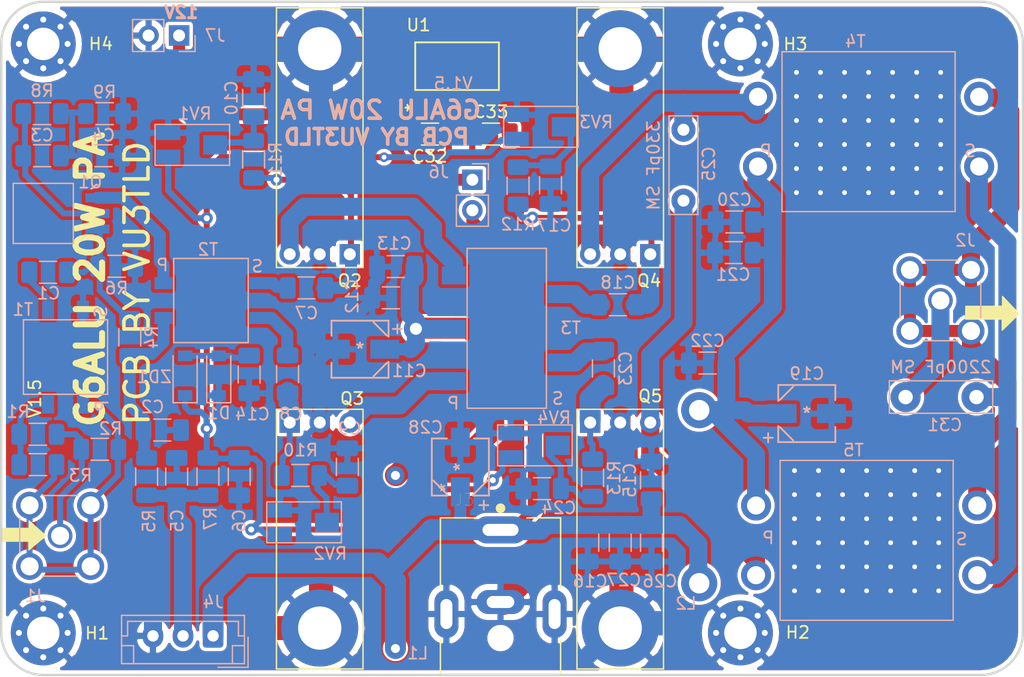
<source format=kicad_pcb>
(kicad_pcb (version 20171130) (host pcbnew "(5.1.7)-1")
  (title_block (title "G6ALU 20W Power Amplifier") (date 2020-10-10) (rev V1.3) (comment 1 PCB))
  (layers (0 F.Cu signal) (31 B.Cu signal) (34 B.Paste user) (35 F.Paste user) (36 B.SilkS user) (37 F.SilkS user) (38 B.Mask user) (39 F.Mask user) (44 Edge.Cuts user))
  (net 0 "")
  (net 1 "Net-(C1-Pad1)")
  (net 2 "Net-(C1-Pad2)")
  (net 3 "Net-(C2-Pad2)")
  (net 4 GND)
  (net 5 "Net-(C3-Pad1)")
  (net 6 "Net-(C3-Pad2)")
  (net 7 /BIAS)
  (net 8 "Net-(C6-Pad2)")
  (net 9 "Net-(C7-Pad1)")
  (net 10 "Net-(C7-Pad2)")
  (net 11 "Net-(C8-Pad2)")
  (net 12 "Net-(C8-Pad1)")
  (net 13 "Net-(C9-Pad2)")
  (net 14 "Net-(C10-Pad2)")
  (net 15 "Net-(C11-Pad1)")
  (net 16 "Net-(C14-Pad2)")
  (net 17 "Net-(C15-Pad2)")
  (net 18 "Net-(C17-Pad2)")
  (net 19 "Net-(C18-Pad1)")
  (net 20 "Net-(C18-Pad2)")
  (net 21 "Net-(C19-Pad1)")
  (net 22 "Net-(C23-Pad2)")
  (net 23 "Net-(C24-Pad2)")
  (net 24 "Net-(C25-Pad2)")
  (net 25 "Net-(C25-Pad1)")
  (net 26 "Net-(C31-Pad1)")
  (net 27 "Net-(C31-Pad2)")
  (net 28 "Net-(J1-Pad1)")
  (net 29 "Net-(J1-Pad2)")
  (net 30 "Net-(J2-Pad2)")
  (net 31 "Net-(Q1-Pad3)")
  (net 32 "Net-(Q2-Pad3)")
  (net 33 "Net-(Q3-Pad3)")
  (net 34 "Net-(R1-Pad1)")
  (net 35 "Net-(C23-Pad1)")
  (net 36 "Net-(C32-Pad2)")
  (net 37 "Net-(C33-Pad2)")
  (module G6ALU_20W_V1.1_fp:TO-220_HRZ (layer F.Cu) (at 111.5 95 270)
    (fp_text reference Q5 (at -2.2 -2.5 180) (layer F.SilkS))
    (fp_text value RD16HHF1)
    (pad 2 thru_hole circle (at 17.1 0 270) (size 6.4 6.4) (drill 3.6) (layers *.Cu *.Mask) (net 4 GND))
    (pad 1 thru_hole rect (at 0 2.5 270) (size 1.7 1.7) (drill 1) (layers *.Cu *.Mask) (net 35 "Net-(C23-Pad1)"))
    (pad 2 thru_hole circle (at 0 0 270) (size 1.7 1.7) (drill 1) (layers *.Cu *.Mask) (net 4 GND))
    (pad 3 thru_hole circle (at 0 -2.5 270) (size 1.7 1.7) (drill 1) (layers *.Cu *.Mask) (net 24 "Net-(C25-Pad2)"))
  )
  (module G6ALU_20W_V1.1_fp:CD16FD222JO3F (layer B.Cu) (at 138.19 92.88 180)
    (fp_text reference C31 (at -0.31 -2.32) (layer B.SilkS) (effects (justify mirror)))
    (fp_text value "2200pF SM" (at 0.02 2.49 180) (layer B.SilkS) (effects (justify mirror)))
    (pad 1 thru_hole circle (at -2.95 0 180) (size 2.5 2.5) (drill 1.2) (layers *.Cu *.Mask) (net 26 "Net-(C31-Pad1)"))
    (pad 2 thru_hole circle (at 2.95 0 180) (size 2.5 2.5) (drill 1.2) (layers *.Cu *.Mask) (net 27 "Net-(C31-Pad2)"))
  )
  (module G6ALU_20W_V1.1_fp:CD15FD331JO3 (layer B.Cu) (at 116.76 73.59 270)
    (fp_text reference C25 (at -0.11 -2.11 90) (layer B.SilkS) (effects (justify mirror)))
    (fp_text value "330pF SM" (at 0.02 2.49 90) (layer B.SilkS) (effects (justify mirror)))
    (pad 2 thru_hole circle (at 2.95 0 270) (size 2 2) (drill 1) (layers *.Cu *.Mask) (net 24 "Net-(C25-Pad2)"))
    (pad 1 thru_hole circle (at -2.95 0 270) (size 2 2) (drill 1) (layers *.Cu *.Mask) (net 25 "Net-(C25-Pad1)"))
  )
  (module G6ALU_20W_V1.1_fp:FB_TH_L2 (layer B.Cu) (at 118.07 101.17 90)
    (fp_text reference L2 (at -8.88 -1.1) (layer B.SilkS) (effects (justify mirror)))
    (fp_text value L_Core_Ferrite)
    (pad 2 thru_hole circle (at 7.2 0 90) (size 3 3) (drill 1.7) (layers *.Cu *.Mask) (net 21 "Net-(C19-Pad1)"))
    (pad 1 thru_hole circle (at -7.2 0 90) (size 3 3) (drill 1.7) (layers *.Cu *.Mask) (net 17 "Net-(C15-Pad2)"))
  )
  (module G6ALU_20W_V1.1_fp:FB_TH_L1 (layer B.Cu) (at 92.8 106.6 90)
    (fp_text reference L1 (at -7.59 1.85 180) (layer B.SilkS) (effects (justify mirror)))
    (fp_text value L_Core_Ferrite)
    (pad 1 thru_hole circle (at -7.2 0 90) (size 1.5 1.5) (drill 0.75) (layers *.Cu *.Mask) (net 17 "Net-(C15-Pad2)"))
    (pad 2 thru_hole circle (at 7.2 0 90) (size 1.5 1.5) (drill 0.75) (layers *.Cu *.Mask) (net 15 "Net-(C11-Pad1)"))
  )
  (module G6ALU_20W_V1.1_fp:BN43-202_TH (layer B.Cu) (at 132.16 70.8 90)
    (fp_text reference T4 (at 7.5 -1.1 180) (layer B.SilkS) (effects (justify mirror)))
    (fp_text value BN43-202)
    (pad 4 thru_hole circle (at -2.9 9.2 90) (size 2.5 2.5) (drill 1.5) (layers *.Cu *.Mask) (net 26 "Net-(C31-Pad1)"))
    (pad 3 thru_hole circle (at 2.9 9.2 90) (size 2.5 2.5) (drill 1.5) (layers *.Cu *.Mask) (net 30 "Net-(J2-Pad2)"))
    (pad 2 thru_hole circle (at 2.9 -9.2 90) (size 2.5 2.5) (drill 1.5) (layers *.Cu *.Mask) (net 25 "Net-(C25-Pad1)"))
    (pad 1 thru_hole circle (at -2.9 -9.2 90) (size 2.5 2.5) (drill 1.5) (layers *.Cu *.Mask) (net 21 "Net-(C19-Pad1)"))
  )
  (module G6ALU_20W_V1.1_fp:EDK106M025A9BAA (layer B.Cu) (at 127.02 94.25)
    (fp_text reference C19 (at 0.015 -3.315) (layer B.SilkS) (effects (justify mirror)))
    (fp_text value 10uF/25V)
    (fp_text user + (at -3.2131 1.9431) (layer B.SilkS) (effects (justify mirror)))
    (fp_text user * (at 0 0) (layer B.SilkS) (effects (justify mirror)))
    (fp_text user * (at 0 0) (layer B.SilkS) (effects (justify mirror)))
    (pad 1 smd rect (at -2.0574 0) (size 2.413 1.5748) (layers B.Cu B.Paste B.Mask) (net 21 "Net-(C19-Pad1)"))
    (pad 2 smd rect (at 2.0574 0) (size 2.413 1.5748) (layers B.Cu B.Paste B.Mask) (net 4 GND))
  )
  (module G6ALU_20W_V1.1_fp:EDK106M025A9BAA (layer B.Cu) (at 89.85 88.9 180)
    (fp_text reference C11 (at -4.1 -1.8 180) (layer B.SilkS) (effects (justify mirror)))
    (fp_text value 10uF/25V)
    (fp_text user + (at -3.11 1.76) (layer B.SilkS) (effects (justify mirror)))
    (fp_text user * (at 0 0) (layer B.SilkS) (effects (justify mirror)))
    (fp_text user * (at 0 0) (layer B.SilkS) (effects (justify mirror)))
    (pad 1 smd rect (at -2.0574 0 180) (size 2.413 1.5748) (layers B.Cu B.Paste B.Mask) (net 15 "Net-(C11-Pad1)"))
    (pad 2 smd rect (at 2.0574 0 180) (size 2.413 1.5748) (layers B.Cu B.Paste B.Mask) (net 4 GND))
  )
  (module G6ALU_20W_V1.1_fp:POT (layer B.Cu) (at 85.4 103.3 90)
    (fp_text reference RV2 (at -2.6 1.97 180) (layer B.SilkS) (effects (justify mirror)))
    (fp_text value 2k2)
    (pad 1 smd rect (at -1 -2.2 90) (size 1.2 2) (layers B.Cu B.Paste B.Mask) (net 8 "Net-(C6-Pad2)"))
    (pad 2 smd rect (at 0 1.7 90) (size 1.6 2) (layers B.Cu B.Paste B.Mask) (net 13 "Net-(C9-Pad2)"))
    (pad 3 smd rect (at 1 -2.2 90) (size 1.2 2) (layers B.Cu B.Paste B.Mask) (net 4 GND))
  )
  (module G6ALU_20W_V1.1_fp:EDK106M025A9BAA (layer B.Cu) (at 98.2 98.7 90)
    (fp_text reference C28 (at 3.3 -2.9 180) (layer B.SilkS) (effects (justify mirror)))
    (fp_text value 10uF/25V)
    (fp_text user + (at -3.175 1.8796 90) (layer B.SilkS) (effects (justify mirror)))
    (fp_text user * (at -1.7 -1.2 90) (layer B.SilkS) (effects (justify mirror)))
    (fp_text user * (at 0 0 90) (layer B.SilkS) (effects (justify mirror)))
    (pad 1 smd rect (at -2.0574 0 90) (size 2.413 1.5748) (layers B.Cu B.Paste B.Mask) (net 17 "Net-(C15-Pad2)"))
    (pad 2 smd rect (at 2.0574 0 90) (size 2.413 1.5748) (layers B.Cu B.Paste B.Mask) (net 4 GND))
  )
  (module G6ALU_20W_V1.1_fp:CUI_PJ-063BH (layer F.Cu) (at 101.54 103.93 270)
    (fp_text reference J3 (at -2.5 3) (layer F.SilkS) (effects (font (size 1.000929 1.000929) (thickness 0.015))))
    (fp_text value PJ-063BH)
    (pad 1 thru_hole oval (at 0 0 270) (size 2.25 4.5) (drill oval 1 3) (layers *.Cu *.Mask) (net 17 "Net-(C15-Pad2)"))
    (pad 2 thru_hole oval (at 6 0 270) (size 2 4) (drill oval 1 2.3) (layers *.Cu *.Mask) (net 4 GND))
    (pad S1 thru_hole oval (at 7 -4.5 270) (size 4 2) (drill oval 2.5 1) (layers *.Cu *.Mask) (net 4 GND))
    (pad S2 thru_hole oval (at 7 4.5 270) (size 4 2) (drill oval 2.5 1) (layers *.Cu *.Mask) (net 4 GND))
    (pad None np_thru_hole circle (at 9 0 270) (size 1.6 1.6) (drill 1.6) (layers *.Cu *.Mask))
  )
  (module G6ALU_20W_V1.1_fp:TO-92_SMD (layer B.Cu) (at 65 77.6 180)
    (fp_text reference Q1 (at -2.4 2.6) (layer B.SilkS) (effects (justify mirror)))
    (fp_text value MPSH10 hide)
    (pad 1 smd rect (at -3 -1.3 180) (size 2 0.75) (layers B.Cu B.Paste B.Mask) (net 1 "Net-(C1-Pad1)"))
    (pad 2 smd rect (at -3 0 180) (size 2 0.75) (layers B.Cu B.Paste B.Mask) (net 6 "Net-(C3-Pad2)"))
    (pad 3 smd rect (at -3 1.3 180) (size 2 0.75) (layers B.Cu B.Paste B.Mask) (net 31 "Net-(Q1-Pad3)"))
  )
  (module G6ALU_20W_V1.1_fp:TO-220_HRZ (layer F.Cu) (at 86.5 81 90)
    (fp_text reference Q2 (at -2.2 2.5 180) (layer F.SilkS))
    (fp_text value RD06HHF1)
    (pad 2 thru_hole circle (at 17.1 0 90) (size 6.4 6.4) (drill 3.6) (layers *.Cu *.Mask) (net 4 GND))
    (pad 1 thru_hole rect (at 0 2.5 90) (size 1.7 1.7) (drill 1) (layers *.Cu *.Mask) (net 9 "Net-(C7-Pad1)"))
    (pad 2 thru_hole circle (at 0 0 90) (size 1.7 1.7) (drill 1) (layers *.Cu *.Mask) (net 4 GND))
    (pad 3 thru_hole circle (at 0 -2.5 90) (size 1.7 1.7) (drill 1) (layers *.Cu *.Mask) (net 32 "Net-(Q2-Pad3)"))
  )
  (module G6ALU_20W_V1.1_fp:TO-220_HRZ (layer F.Cu) (at 86.5 95 270)
    (fp_text reference Q3 (at -2 -2.7 180) (layer F.SilkS))
    (fp_text value RD06HHF1)
    (pad 2 thru_hole circle (at 17.1 0 270) (size 6.4 6.4) (drill 3.6) (layers *.Cu *.Mask) (net 4 GND))
    (pad 1 thru_hole rect (at 0 2.5 270) (size 1.7 1.7) (drill 1) (layers *.Cu *.Mask) (net 12 "Net-(C8-Pad1)"))
    (pad 2 thru_hole circle (at 0 0 270) (size 1.7 1.7) (drill 1) (layers *.Cu *.Mask) (net 4 GND))
    (pad 3 thru_hole circle (at 0 -2.5 270) (size 1.7 1.7) (drill 1) (layers *.Cu *.Mask) (net 33 "Net-(Q3-Pad3)"))
  )
  (module G6ALU_20W_V1.1_fp:TO-220_HRZ (layer F.Cu) (at 111.5 81 90)
    (fp_text reference Q4 (at -2.2 2.4 180) (layer F.SilkS))
    (fp_text value RD16HHF1)
    (pad 2 thru_hole circle (at 17.1 0 90) (size 6.4 6.4) (drill 3.6) (layers *.Cu *.Mask) (net 4 GND))
    (pad 1 thru_hole rect (at 0 2.5 90) (size 1.7 1.7) (drill 1) (layers *.Cu *.Mask) (net 19 "Net-(C18-Pad1)"))
    (pad 2 thru_hole circle (at 0 0 90) (size 1.7 1.7) (drill 1) (layers *.Cu *.Mask) (net 4 GND))
    (pad 3 thru_hole circle (at 0 -2.5 90) (size 1.7 1.7) (drill 1) (layers *.Cu *.Mask) (net 25 "Net-(C25-Pad1)"))
  )
  (module G6ALU_20W_V1.1_fp:POT (layer B.Cu) (at 76.1 71.9 90)
    (fp_text reference RV1 (at 2.6 0 180) (layer B.SilkS) (effects (justify mirror)))
    (fp_text value 2k2)
    (pad 1 smd rect (at -1 -2.2 90) (size 1.2 2) (layers B.Cu B.Paste B.Mask) (net 8 "Net-(C6-Pad2)"))
    (pad 2 smd rect (at 0 1.7 90) (size 1.6 2) (layers B.Cu B.Paste B.Mask) (net 14 "Net-(C10-Pad2)"))
    (pad 3 smd rect (at 1 -2.2 90) (size 1.2 2) (layers B.Cu B.Paste B.Mask) (net 4 GND))
  )
  (module G6ALU_20W_V1.1_fp:POT (layer B.Cu) (at 105.1 70.4 90)
    (fp_text reference RV3 (at 0.4 4.4 180) (layer B.SilkS) (effects (justify mirror)))
    (fp_text value 2k2)
    (pad 1 smd rect (at -1 -2.2 90) (size 1.2 2) (layers B.Cu B.Paste B.Mask) (net 8 "Net-(C6-Pad2)"))
    (pad 2 smd rect (at 0 1.7 90) (size 1.6 2) (layers B.Cu B.Paste B.Mask) (net 18 "Net-(C17-Pad2)"))
    (pad 3 smd rect (at 1 -2.2 90) (size 1.2 2) (layers B.Cu B.Paste B.Mask) (net 4 GND))
  )
  (module G6ALU_20W_V1.1_fp:POT (layer B.Cu) (at 104.6 96.9 90)
    (fp_text reference RV4 (at 2.3 1.4 180) (layer B.SilkS) (effects (justify mirror)))
    (fp_text value 2k2)
    (pad 1 smd rect (at -1 -2.2 90) (size 1.2 2) (layers B.Cu B.Paste B.Mask) (net 8 "Net-(C6-Pad2)"))
    (pad 2 smd rect (at 0 1.7 90) (size 1.6 2) (layers B.Cu B.Paste B.Mask) (net 23 "Net-(C24-Pad2)"))
    (pad 3 smd rect (at 1 -2.2 90) (size 1.2 2) (layers B.Cu B.Paste B.Mask) (net 4 GND))
  )
  (module G6ALU_20W_V1.1_fp:BN43-2402 (layer B.Cu) (at 65.3 89.8 180)
    (fp_text reference T1 (at 3.5 4.2) (layer B.SilkS) (effects (justify mirror)))
    (fp_text value BN43-2402)
    (pad 1 smd rect (at -1.5 -3.7 180) (size 1 1.5) (layers B.Cu B.Paste B.Mask) (net 29 "Net-(J1-Pad2)"))
    (pad 2 smd rect (at 1.4 -3.7 180) (size 1 1.5) (layers B.Cu B.Paste B.Mask) (net 34 "Net-(R1-Pad1)"))
    (pad 3 smd rect (at 1.4 4.2 180) (size 1 1.5) (layers B.Cu B.Paste B.Mask) (net 2 "Net-(C1-Pad2)"))
    (pad 4 smd rect (at -1.5 4.2 180) (size 1 1.5) (layers B.Cu B.Paste B.Mask) (net 4 GND))
  )
  (module G6ALU_20W_V1.1_fp:BN43-2402 (layer B.Cu) (at 77.2 84.8 90)
    (fp_text reference T2 (at 4.2 0 180) (layer B.SilkS) (effects (justify mirror)))
    (fp_text value BN43-2402)
    (pad 1 smd rect (at -1.5 -3.7 90) (size 1 1.5) (layers B.Cu B.Paste B.Mask) (net 3 "Net-(C2-Pad2)"))
    (pad 2 smd rect (at 1.4 -3.7 90) (size 1 1.5) (layers B.Cu B.Paste B.Mask) (net 31 "Net-(Q1-Pad3)"))
    (pad 3 smd rect (at 1.4 4.2 90) (size 1 1.5) (layers B.Cu B.Paste B.Mask) (net 10 "Net-(C7-Pad2)"))
    (pad 4 smd rect (at -1.5 4.2 90) (size 1 1.5) (layers B.Cu B.Paste B.Mask) (net 11 "Net-(C8-Pad2)"))
  )
  (module G6ALU_20W_V1.1_fp:BN43-1502 (layer B.Cu) (at 102.36 87.21 270)
    (fp_text reference T3 (at -0.085 -5.015 180) (layer B.SilkS) (effects (justify mirror)))
    (fp_text value BN43-1502)
    (pad 1 smd rect (at 4.35 4.7 270) (size 1.5 2) (layers B.Cu B.Paste B.Mask) (net 33 "Net-(Q3-Pad3)"))
    (pad 2 smd rect (at 0 4.7 270) (size 1.5 2) (layers B.Cu B.Paste B.Mask) (net 15 "Net-(C11-Pad1)"))
    (pad 3 smd rect (at -4.45 4.7 270) (size 1.5 2) (layers B.Cu B.Paste B.Mask) (net 32 "Net-(Q2-Pad3)"))
    (pad 4 smd rect (at -2.9 -4.1 270) (size 1.5 2) (layers B.Cu B.Paste B.Mask) (net 20 "Net-(C18-Pad2)"))
    (pad 5 smd rect (at 2.8 -4.1 270) (size 1.5 2) (layers B.Cu B.Paste B.Mask) (net 22 "Net-(C23-Pad2)"))
  )
  (module G6ALU_20W_V1.1_fp:LM2940IMP-12&slash_NOPB (layer F.Cu) (at 97.925 65.35 90)
    (fp_text reference U1 (at 3.425 -3.2 180) (layer F.SilkS))
    (fp_text value LM2940IMP-12_NOPB)
    (fp_text user * (at -3.4544 -3.7351 90) (layer F.SilkS))
    (fp_text user * (at -3.4544 -3.7351 90) (layer F.SilkS))
    (pad 4 smd rect (at 3.2004 0 90) (size 1.6002 3.048) (layers F.Cu F.Paste F.Mask) (net 4 GND))
    (pad 3 smd rect (at -3.2004 2.3 90) (size 1.6002 0.8382) (layers F.Cu F.Paste F.Mask) (net 37 "Net-(C33-Pad2)"))
    (pad 2 smd rect (at -3.2004 0 90) (size 1.6002 0.8382) (layers F.Cu F.Paste F.Mask) (net 4 GND))
    (pad 1 smd rect (at -3.2004 -2.3 90) (size 1.6002 0.8382) (layers F.Cu F.Paste F.Mask) (net 36 "Net-(C32-Pad2)"))
  )
  (module Connector_PinHeader_2.54mm:PinHeader_1x02_P2.54mm_Vertical (layer B.Cu) (at 74.8 62.8 90)
    (fp_text reference J7 (at 0 3) (layer B.SilkS) (effects (justify mirror)))
    (fp_text value Conn_01x02)
    (pad 2 thru_hole oval (at 0 -2.54 90) (size 1.7 1.7) (drill 1) (layers *.Cu *.Mask) (net 4 GND))
    (pad 1 thru_hole rect (at 0 0 90) (size 1.7 1.7) (drill 1) (layers *.Cu *.Mask) (net 37 "Net-(C33-Pad2)"))
  )
  (module Connector_JST:JST_EH_B3B-EH-A_1x03_P2.50mm_Vertical (layer B.Cu) (at 77.625 112.75 180)
    (fp_text reference J4 (at -0.015 2.82) (layer B.SilkS) (effects (justify mirror)))
    (fp_text value Conn_01x03)
    (pad 3 thru_hole oval (at 5 0 180) (size 1.7 1.95) (drill 0.95) (layers *.Cu *.Mask) (net 4 GND))
    (pad 2 thru_hole oval (at 2.5 0 180) (size 1.7 1.95) (drill 0.95) (layers *.Cu *.Mask) (net 7 /BIAS))
    (pad 1 thru_hole roundrect (at 0 0 180) (size 1.7 1.95) (drill 0.95) (layers *.Cu *.Mask) (roundrect_rratio 0.147059) (net 17 "Net-(C15-Pad2)"))
  )
  (module Diode_SMD:D_SOD-123 (layer B.Cu) (at 75.3 91.1 90)
    (fp_text reference ZD1 (at -0.1 -2.575) (layer B.SilkS) (effects (justify mirror)))
    (fp_text value 5V6)
    (pad 2 smd rect (at 1.65 0 90) (size 0.9 1.2) (layers B.Cu B.Paste B.Mask) (net 16 "Net-(C14-Pad2)"))
    (pad 1 smd rect (at -1.65 0 90) (size 0.9 1.2) (layers B.Cu B.Paste B.Mask) (net 8 "Net-(C6-Pad2)"))
  )
  (module Diode_SMD:D_SOD-123 (layer B.Cu) (at 78.1 91.1 90)
    (fp_text reference D1 (at -3.1 0 180) (layer B.SilkS) (effects (justify mirror)))
    (fp_text value 1N4148W)
    (pad 2 smd rect (at 1.65 0 90) (size 0.9 1.2) (layers B.Cu B.Paste B.Mask) (net 16 "Net-(C14-Pad2)"))
    (pad 1 smd rect (at -1.65 0 90) (size 0.9 1.2) (layers B.Cu B.Paste B.Mask) (net 4 GND))
  )
  (module Connector_PinHeader_2.54mm:PinHeader_1x02_P2.54mm_Vertical (layer B.Cu) (at 99.2 74.8 180)
    (fp_text reference J6 (at 2.8 0.65) (layer B.SilkS) (effects (justify mirror)))
    (fp_text value Conn_01x02)
    (pad 2 thru_hole oval (at 0 -2.54 180) (size 1.7 1.7) (drill 1) (layers *.Cu *.Mask) (net 17 "Net-(C15-Pad2)"))
    (pad 1 thru_hole rect (at 0 0 180) (size 1.7 1.7) (drill 1) (layers *.Cu *.Mask) (net 36 "Net-(C32-Pad2)"))
  )
  (module MountingHole:MountingHole_2.7mm_Pad_Via (layer F.Cu) (at 63.5 112.5)
    (fp_text reference H1 (at 4.48 0.03) (layer F.SilkS))
    (fp_text value MountingHole_Pad)
    (pad 1 thru_hole circle (at 1.431891 -1.431891) (size 0.8 0.8) (drill 0.5) (layers *.Cu *.Mask) (net 4 GND))
    (pad 1 thru_hole circle (at 0 -2.025) (size 0.8 0.8) (drill 0.5) (layers *.Cu *.Mask) (net 4 GND))
    (pad 1 thru_hole circle (at -1.431891 -1.431891) (size 0.8 0.8) (drill 0.5) (layers *.Cu *.Mask) (net 4 GND))
    (pad 1 thru_hole circle (at -2.025 0) (size 0.8 0.8) (drill 0.5) (layers *.Cu *.Mask) (net 4 GND))
    (pad 1 thru_hole circle (at -1.431891 1.431891) (size 0.8 0.8) (drill 0.5) (layers *.Cu *.Mask) (net 4 GND))
    (pad 1 thru_hole circle (at 0 2.025) (size 0.8 0.8) (drill 0.5) (layers *.Cu *.Mask) (net 4 GND))
    (pad 1 thru_hole circle (at 1.431891 1.431891) (size 0.8 0.8) (drill 0.5) (layers *.Cu *.Mask) (net 4 GND))
    (pad 1 thru_hole circle (at 2.025 0) (size 0.8 0.8) (drill 0.5) (layers *.Cu *.Mask) (net 4 GND))
    (pad 1 thru_hole circle (at 0 0) (size 5.4 5.4) (drill 2.7) (layers *.Cu *.Mask) (net 4 GND))
  )
  (module MountingHole:MountingHole_2.7mm_Pad_Via (layer F.Cu) (at 121.5 112.5)
    (fp_text reference H2 (at 4.77 -0.04) (layer F.SilkS))
    (fp_text value MountingHole_Pad)
    (pad 1 thru_hole circle (at 1.431891 -1.431891) (size 0.8 0.8) (drill 0.5) (layers *.Cu *.Mask) (net 4 GND))
    (pad 1 thru_hole circle (at 0 -2.025) (size 0.8 0.8) (drill 0.5) (layers *.Cu *.Mask) (net 4 GND))
    (pad 1 thru_hole circle (at -1.431891 -1.431891) (size 0.8 0.8) (drill 0.5) (layers *.Cu *.Mask) (net 4 GND))
    (pad 1 thru_hole circle (at -2.025 0) (size 0.8 0.8) (drill 0.5) (layers *.Cu *.Mask) (net 4 GND))
    (pad 1 thru_hole circle (at -1.431891 1.431891) (size 0.8 0.8) (drill 0.5) (layers *.Cu *.Mask) (net 4 GND))
    (pad 1 thru_hole circle (at 0 2.025) (size 0.8 0.8) (drill 0.5) (layers *.Cu *.Mask) (net 4 GND))
    (pad 1 thru_hole circle (at 1.431891 1.431891) (size 0.8 0.8) (drill 0.5) (layers *.Cu *.Mask) (net 4 GND))
    (pad 1 thru_hole circle (at 2.025 0) (size 0.8 0.8) (drill 0.5) (layers *.Cu *.Mask) (net 4 GND))
    (pad 1 thru_hole circle (at 0 0) (size 5.4 5.4) (drill 2.7) (layers *.Cu *.Mask) (net 4 GND))
  )
  (module MountingHole:MountingHole_2.7mm_Pad_Via (layer F.Cu) (at 121.5 63.5)
    (fp_text reference H3 (at 4.58 0.02) (layer F.SilkS))
    (fp_text value MountingHole_Pad)
    (pad 1 thru_hole circle (at 1.431891 -1.431891) (size 0.8 0.8) (drill 0.5) (layers *.Cu *.Mask) (net 4 GND))
    (pad 1 thru_hole circle (at 0 -2.025) (size 0.8 0.8) (drill 0.5) (layers *.Cu *.Mask) (net 4 GND))
    (pad 1 thru_hole circle (at -1.431891 -1.431891) (size 0.8 0.8) (drill 0.5) (layers *.Cu *.Mask) (net 4 GND))
    (pad 1 thru_hole circle (at -2.025 0) (size 0.8 0.8) (drill 0.5) (layers *.Cu *.Mask) (net 4 GND))
    (pad 1 thru_hole circle (at -1.431891 1.431891) (size 0.8 0.8) (drill 0.5) (layers *.Cu *.Mask) (net 4 GND))
    (pad 1 thru_hole circle (at 0 2.025) (size 0.8 0.8) (drill 0.5) (layers *.Cu *.Mask) (net 4 GND))
    (pad 1 thru_hole circle (at 1.431891 1.431891) (size 0.8 0.8) (drill 0.5) (layers *.Cu *.Mask) (net 4 GND))
    (pad 1 thru_hole circle (at 2.025 0) (size 0.8 0.8) (drill 0.5) (layers *.Cu *.Mask) (net 4 GND))
    (pad 1 thru_hole circle (at 0 0) (size 5.4 5.4) (drill 2.7) (layers *.Cu *.Mask) (net 4 GND))
  )
  (module MountingHole:MountingHole_2.7mm_Pad_Via (layer F.Cu) (at 63.5 63.5)
    (fp_text reference H4 (at 4.79 0) (layer F.SilkS))
    (fp_text value MountingHole_Pad)
    (pad 1 thru_hole circle (at 1.431891 -1.431891) (size 0.8 0.8) (drill 0.5) (layers *.Cu *.Mask) (net 4 GND))
    (pad 1 thru_hole circle (at 0 -2.025) (size 0.8 0.8) (drill 0.5) (layers *.Cu *.Mask) (net 4 GND))
    (pad 1 thru_hole circle (at -1.431891 -1.431891) (size 0.8 0.8) (drill 0.5) (layers *.Cu *.Mask) (net 4 GND))
    (pad 1 thru_hole circle (at -2.025 0) (size 0.8 0.8) (drill 0.5) (layers *.Cu *.Mask) (net 4 GND))
    (pad 1 thru_hole circle (at -1.431891 1.431891) (size 0.8 0.8) (drill 0.5) (layers *.Cu *.Mask) (net 4 GND))
    (pad 1 thru_hole circle (at 0 2.025) (size 0.8 0.8) (drill 0.5) (layers *.Cu *.Mask) (net 4 GND))
    (pad 1 thru_hole circle (at 1.431891 1.431891) (size 0.8 0.8) (drill 0.5) (layers *.Cu *.Mask) (net 4 GND))
    (pad 1 thru_hole circle (at 2.025 0) (size 0.8 0.8) (drill 0.5) (layers *.Cu *.Mask) (net 4 GND))
    (pad 1 thru_hole circle (at 0 0) (size 5.4 5.4) (drill 2.7) (layers *.Cu *.Mask) (net 4 GND))
  )
  (module Capacitor_SMD:C_1206_3216Metric_Pad1.33x1.80mm_HandSolder (layer B.Cu) (at 63.9 82.5 180)
    (fp_text reference C1 (at -0.04 -1.75) (layer B.SilkS) (effects (justify mirror)))
    (fp_text value 100nF)
    (pad 2 smd roundrect (at 1.5625 0 180) (size 1.325 1.8) (layers B.Cu B.Paste B.Mask) (roundrect_rratio 0.188679) (net 2 "Net-(C1-Pad2)"))
    (pad 1 smd roundrect (at -1.5625 0 180) (size 1.325 1.8) (layers B.Cu B.Paste B.Mask) (roundrect_rratio 0.188679) (net 1 "Net-(C1-Pad1)"))
  )
  (module Capacitor_SMD:C_1206_3216Metric_Pad1.33x1.80mm_HandSolder (layer B.Cu) (at 73.4 95.625 180)
    (fp_text reference C2 (at 0.8 1.925) (layer B.SilkS) (effects (justify mirror)))
    (fp_text value 100nF)
    (pad 2 smd roundrect (at 1.5625 0 180) (size 1.325 1.8) (layers B.Cu B.Paste B.Mask) (roundrect_rratio 0.188679) (net 3 "Net-(C2-Pad2)"))
    (pad 1 smd roundrect (at -1.5625 0 180) (size 1.325 1.8) (layers B.Cu B.Paste B.Mask) (roundrect_rratio 0.188679) (net 4 GND))
  )
  (module Capacitor_SMD:C_1206_3216Metric_Pad1.33x1.80mm_HandSolder (layer B.Cu) (at 63.4 72.8 180)
    (fp_text reference C3 (at 0 1.7) (layer B.SilkS) (effects (justify mirror)))
    (fp_text value 220pF)
    (pad 2 smd roundrect (at 1.5625 0 180) (size 1.325 1.8) (layers B.Cu B.Paste B.Mask) (roundrect_rratio 0.188679) (net 6 "Net-(C3-Pad2)"))
    (pad 1 smd roundrect (at -1.5625 0 180) (size 1.325 1.8) (layers B.Cu B.Paste B.Mask) (roundrect_rratio 0.188679) (net 5 "Net-(C3-Pad1)"))
  )
  (module Capacitor_SMD:C_1206_3216Metric_Pad1.33x1.80mm_HandSolder (layer B.Cu) (at 68.5 72.8 180)
    (fp_text reference C4 (at 0 1.7) (layer B.SilkS) (effects (justify mirror)))
    (fp_text value 100nF)
    (pad 2 smd roundrect (at 1.5625 0 180) (size 1.325 1.8) (layers B.Cu B.Paste B.Mask) (roundrect_rratio 0.188679) (net 5 "Net-(C3-Pad1)"))
    (pad 1 smd roundrect (at -1.5625 0 180) (size 1.325 1.8) (layers B.Cu B.Paste B.Mask) (roundrect_rratio 0.188679) (net 4 GND))
  )
  (module Capacitor_SMD:C_1206_3216Metric_Pad1.33x1.80mm_HandSolder (layer B.Cu) (at 74.6 99.5 270)
    (fp_text reference C5 (at 3.675 -0.05 90) (layer B.SilkS) (effects (justify mirror)))
    (fp_text value 100nF)
    (pad 2 smd roundrect (at 1.5625 0 270) (size 1.325 1.8) (layers B.Cu B.Paste B.Mask) (roundrect_rratio 0.188679) (net 7 /BIAS))
    (pad 1 smd roundrect (at -1.5625 0 270) (size 1.325 1.8) (layers B.Cu B.Paste B.Mask) (roundrect_rratio 0.188679) (net 4 GND))
  )
  (module Capacitor_SMD:C_1206_3216Metric_Pad1.33x1.80mm_HandSolder (layer B.Cu) (at 79.8 99.5 90)
    (fp_text reference C6 (at -3.675 0 90) (layer B.SilkS) (effects (justify mirror)))
    (fp_text value 100nF)
    (pad 2 smd roundrect (at 1.5625 0 90) (size 1.325 1.8) (layers B.Cu B.Paste B.Mask) (roundrect_rratio 0.188679) (net 8 "Net-(C6-Pad2)"))
    (pad 1 smd roundrect (at -1.5625 0 90) (size 1.325 1.8) (layers B.Cu B.Paste B.Mask) (roundrect_rratio 0.188679) (net 4 GND))
  )
  (module Capacitor_SMD:C_1206_3216Metric_Pad1.33x1.80mm_HandSolder (layer B.Cu) (at 85.4 83.8 180)
    (fp_text reference C7 (at 0 -2.1) (layer B.SilkS) (effects (justify mirror)))
    (fp_text value 100nF)
    (pad 2 smd roundrect (at 1.5625 0 180) (size 1.325 1.8) (layers B.Cu B.Paste B.Mask) (roundrect_rratio 0.188679) (net 10 "Net-(C7-Pad2)"))
    (pad 1 smd roundrect (at -1.5625 0 180) (size 1.325 1.8) (layers B.Cu B.Paste B.Mask) (roundrect_rratio 0.188679) (net 9 "Net-(C7-Pad1)"))
  )
  (module Capacitor_SMD:C_1206_3216Metric_Pad1.33x1.80mm_HandSolder (layer B.Cu) (at 83.825 90.975 90)
    (fp_text reference C8 (at -3.325 0.275 180) (layer B.SilkS) (effects (justify mirror)))
    (fp_text value 100nF)
    (pad 2 smd roundrect (at 1.5625 0 90) (size 1.325 1.8) (layers B.Cu B.Paste B.Mask) (roundrect_rratio 0.188679) (net 11 "Net-(C8-Pad2)"))
    (pad 1 smd roundrect (at -1.5625 0 90) (size 1.325 1.8) (layers B.Cu B.Paste B.Mask) (roundrect_rratio 0.188679) (net 12 "Net-(C8-Pad1)"))
  )
  (module Capacitor_SMD:C_1206_3216Metric_Pad1.33x1.80mm_HandSolder (layer B.Cu) (at 88.8 98.7 270)
    (fp_text reference C9 (at -3.2 -0.2 180) (layer B.SilkS) (effects (justify mirror)))
    (fp_text value 100nF)
    (pad 2 smd roundrect (at 1.5625 0 270) (size 1.325 1.8) (layers B.Cu B.Paste B.Mask) (roundrect_rratio 0.188679) (net 13 "Net-(C9-Pad2)"))
    (pad 1 smd roundrect (at -1.5625 0 270) (size 1.325 1.8) (layers B.Cu B.Paste B.Mask) (roundrect_rratio 0.188679) (net 4 GND))
  )
  (module Capacitor_SMD:C_1206_3216Metric_Pad1.33x1.80mm_HandSolder (layer B.Cu) (at 81 68 270)
    (fp_text reference C10 (at 0 1.85 90) (layer B.SilkS) (effects (justify mirror)))
    (fp_text value 100nF)
    (pad 2 smd roundrect (at 1.5625 0 270) (size 1.325 1.8) (layers B.Cu B.Paste B.Mask) (roundrect_rratio 0.188679) (net 14 "Net-(C10-Pad2)"))
    (pad 1 smd roundrect (at -1.5625 0 270) (size 1.325 1.8) (layers B.Cu B.Paste B.Mask) (roundrect_rratio 0.188679) (net 4 GND))
  )
  (module Capacitor_SMD:C_1206_3216Metric_Pad1.33x1.80mm_HandSolder (layer B.Cu) (at 92.425 84.625)
    (fp_text reference C12 (at -3.225 -0.125 90) (layer B.SilkS) (effects (justify mirror)))
    (fp_text value 100nF)
    (pad 2 smd roundrect (at 1.5625 0) (size 1.325 1.8) (layers B.Cu B.Paste B.Mask) (roundrect_rratio 0.188679) (net 15 "Net-(C11-Pad1)"))
    (pad 1 smd roundrect (at -1.5625 0) (size 1.325 1.8) (layers B.Cu B.Paste B.Mask) (roundrect_rratio 0.188679) (net 4 GND))
  )
  (module Capacitor_SMD:C_1206_3216Metric_Pad1.33x1.80mm_HandSolder (layer B.Cu) (at 92.825 82.025)
    (fp_text reference C13 (at -0.125 -1.925) (layer B.SilkS) (effects (justify mirror)))
    (fp_text value 100nF)
    (pad 2 smd roundrect (at 1.5625 0) (size 1.325 1.8) (layers B.Cu B.Paste B.Mask) (roundrect_rratio 0.188679) (net 15 "Net-(C11-Pad1)"))
    (pad 1 smd roundrect (at -1.5625 0) (size 1.325 1.8) (layers B.Cu B.Paste B.Mask) (roundrect_rratio 0.188679) (net 4 GND))
  )
  (module Capacitor_SMD:C_1206_3216Metric_Pad1.33x1.80mm_HandSolder (layer B.Cu) (at 80.625 91 90)
    (fp_text reference C14 (at -3.3 0.275 180) (layer B.SilkS) (effects (justify mirror)))
    (fp_text value 100nF)
    (pad 2 smd roundrect (at 1.5625 0 90) (size 1.325 1.8) (layers B.Cu B.Paste B.Mask) (roundrect_rratio 0.188679) (net 16 "Net-(C14-Pad2)"))
    (pad 1 smd roundrect (at -1.5625 0 90) (size 1.325 1.8) (layers B.Cu B.Paste B.Mask) (roundrect_rratio 0.188679) (net 4 GND))
  )
  (module Capacitor_SMD:C_1206_3216Metric_Pad1.33x1.80mm_HandSolder (layer B.Cu) (at 114.1 99.8 270)
    (fp_text reference C15 (at 0 1.8 90) (layer B.SilkS) (effects (justify mirror)))
    (fp_text value 100nF)
    (pad 2 smd roundrect (at 1.5625 0 270) (size 1.325 1.8) (layers B.Cu B.Paste B.Mask) (roundrect_rratio 0.188679) (net 17 "Net-(C15-Pad2)"))
    (pad 1 smd roundrect (at -1.5625 0 270) (size 1.325 1.8) (layers B.Cu B.Paste B.Mask) (roundrect_rratio 0.188679) (net 4 GND))
  )
  (module Capacitor_SMD:C_1206_3216Metric_Pad1.33x1.80mm_HandSolder (layer B.Cu) (at 108.8 105 90)
    (fp_text reference C16 (at -3.2 0.2 180) (layer B.SilkS) (effects (justify mirror)))
    (fp_text value 100nF)
    (pad 2 smd roundrect (at 1.5625 0 90) (size 1.325 1.8) (layers B.Cu B.Paste B.Mask) (roundrect_rratio 0.188679) (net 17 "Net-(C15-Pad2)"))
    (pad 1 smd roundrect (at -1.5625 0 90) (size 1.325 1.8) (layers B.Cu B.Paste B.Mask) (roundrect_rratio 0.188679) (net 4 GND))
  )
  (module Capacitor_SMD:C_1206_3216Metric_Pad1.33x1.80mm_HandSolder (layer B.Cu) (at 105.7 75.25 90)
    (fp_text reference C17 (at -3.35 0.3 180) (layer B.SilkS) (effects (justify mirror)))
    (fp_text value 100nF)
    (pad 2 smd roundrect (at 1.5625 0 90) (size 1.325 1.8) (layers B.Cu B.Paste B.Mask) (roundrect_rratio 0.188679) (net 18 "Net-(C17-Pad2)"))
    (pad 1 smd roundrect (at -1.5625 0 90) (size 1.325 1.8) (layers B.Cu B.Paste B.Mask) (roundrect_rratio 0.188679) (net 4 GND))
  )
  (module Capacitor_SMD:C_1206_3216Metric_Pad1.33x1.80mm_HandSolder (layer B.Cu) (at 111.3 85.2 180)
    (fp_text reference C18 (at 0 1.85) (layer B.SilkS) (effects (justify mirror)))
    (fp_text value 100nF)
    (pad 2 smd roundrect (at 1.5625 0 180) (size 1.325 1.8) (layers B.Cu B.Paste B.Mask) (roundrect_rratio 0.188679) (net 20 "Net-(C18-Pad2)"))
    (pad 1 smd roundrect (at -1.5625 0 180) (size 1.325 1.8) (layers B.Cu B.Paste B.Mask) (roundrect_rratio 0.188679) (net 19 "Net-(C18-Pad1)"))
  )
  (module Capacitor_SMD:C_1206_3216Metric_Pad1.33x1.80mm_HandSolder (layer B.Cu) (at 121 78.31 180)
    (fp_text reference C20 (at 0 1.85) (layer B.SilkS) (effects (justify mirror)))
    (fp_text value 100nF)
    (pad 2 smd roundrect (at 1.5625 0 180) (size 1.325 1.8) (layers B.Cu B.Paste B.Mask) (roundrect_rratio 0.188679) (net 4 GND))
    (pad 1 smd roundrect (at -1.5625 0 180) (size 1.325 1.8) (layers B.Cu B.Paste B.Mask) (roundrect_rratio 0.188679) (net 21 "Net-(C19-Pad1)"))
  )
  (module Capacitor_SMD:C_1206_3216Metric_Pad1.33x1.80mm_HandSolder (layer B.Cu) (at 120.95 80.86 180)
    (fp_text reference C21 (at 0.06 -1.83) (layer B.SilkS) (effects (justify mirror)))
    (fp_text value 100nF)
    (pad 2 smd roundrect (at 1.5625 0 180) (size 1.325 1.8) (layers B.Cu B.Paste B.Mask) (roundrect_rratio 0.188679) (net 4 GND))
    (pad 1 smd roundrect (at -1.5625 0 180) (size 1.325 1.8) (layers B.Cu B.Paste B.Mask) (roundrect_rratio 0.188679) (net 21 "Net-(C19-Pad1)"))
  )
  (module Capacitor_SMD:C_1206_3216Metric_Pad1.33x1.80mm_HandSolder (layer B.Cu) (at 118.77 90.05 180)
    (fp_text reference C22 (at 0 1.85) (layer B.SilkS) (effects (justify mirror)))
    (fp_text value 100nF)
    (pad 2 smd roundrect (at 1.5625 0 180) (size 1.325 1.8) (layers B.Cu B.Paste B.Mask) (roundrect_rratio 0.188679) (net 4 GND))
    (pad 1 smd roundrect (at -1.5625 0 180) (size 1.325 1.8) (layers B.Cu B.Paste B.Mask) (roundrect_rratio 0.188679) (net 21 "Net-(C19-Pad1)"))
  )
  (module Capacitor_SMD:C_1206_3216Metric_Pad1.33x1.80mm_HandSolder (layer B.Cu) (at 110.1 90.5 90)
    (fp_text reference C23 (at 0 1.85 90) (layer B.SilkS) (effects (justify mirror)))
    (fp_text value 100nF)
    (pad 2 smd roundrect (at 1.5625 0 90) (size 1.325 1.8) (layers B.Cu B.Paste B.Mask) (roundrect_rratio 0.188679) (net 22 "Net-(C23-Pad2)"))
    (pad 1 smd roundrect (at -1.5625 0 90) (size 1.325 1.8) (layers B.Cu B.Paste B.Mask) (roundrect_rratio 0.188679) (net 35 "Net-(C23-Pad1)"))
  )
  (module Capacitor_SMD:C_1206_3216Metric_Pad1.33x1.80mm_HandSolder (layer B.Cu) (at 105 100.5)
    (fp_text reference C24 (at 1.4 1.6) (layer B.SilkS) (effects (justify mirror)))
    (fp_text value 100nF)
    (pad 2 smd roundrect (at 1.5625 0) (size 1.325 1.8) (layers B.Cu B.Paste B.Mask) (roundrect_rratio 0.188679) (net 23 "Net-(C24-Pad2)"))
    (pad 1 smd roundrect (at -1.5625 0) (size 1.325 1.8) (layers B.Cu B.Paste B.Mask) (roundrect_rratio 0.188679) (net 4 GND))
  )
  (module Capacitor_SMD:C_1206_3216Metric_Pad1.33x1.80mm_HandSolder (layer B.Cu) (at 114.1 105 90)
    (fp_text reference C26 (at -3.2 0.7 180) (layer B.SilkS) (effects (justify mirror)))
    (fp_text value 100nF)
    (pad 2 smd roundrect (at 1.5625 0 90) (size 1.325 1.8) (layers B.Cu B.Paste B.Mask) (roundrect_rratio 0.188679) (net 17 "Net-(C15-Pad2)"))
    (pad 1 smd roundrect (at -1.5625 0 90) (size 1.325 1.8) (layers B.Cu B.Paste B.Mask) (roundrect_rratio 0.188679) (net 4 GND))
  )
  (module Capacitor_SMD:C_1206_3216Metric_Pad1.33x1.80mm_HandSolder (layer B.Cu) (at 111.5 105 90)
    (fp_text reference C27 (at -3.1 0.3 180) (layer B.SilkS) (effects (justify mirror)))
    (fp_text value 100nF)
    (pad 2 smd roundrect (at 1.5625 0 90) (size 1.325 1.8) (layers B.Cu B.Paste B.Mask) (roundrect_rratio 0.188679) (net 17 "Net-(C15-Pad2)"))
    (pad 1 smd roundrect (at -1.5625 0 90) (size 1.325 1.8) (layers B.Cu B.Paste B.Mask) (roundrect_rratio 0.188679) (net 4 GND))
  )
  (module Capacitor_SMD:C_1206_3216Metric_Pad1.33x1.80mm_HandSolder (layer F.Cu) (at 95.675 71 180)
    (fp_text reference C32 (at 0 -1.85) (layer F.SilkS))
    (fp_text value .47u)
    (pad 2 smd roundrect (at 1.5625 0 180) (size 1.325 1.8) (layers F.Cu F.Paste F.Mask) (roundrect_rratio 0.188679) (net 36 "Net-(C32-Pad2)"))
    (pad 1 smd roundrect (at -1.5625 0 180) (size 1.325 1.8) (layers F.Cu F.Paste F.Mask) (roundrect_rratio 0.188679) (net 4 GND))
  )
  (module Capacitor_SMD:C_1206_3216Metric_Pad1.33x1.80mm_HandSolder (layer F.Cu) (at 100.75 71)
    (fp_text reference C33 (at 0 -1.85) (layer F.SilkS))
    (fp_text value 22u)
    (pad 2 smd roundrect (at 1.5625 0) (size 1.325 1.8) (layers F.Cu F.Paste F.Mask) (roundrect_rratio 0.188679) (net 37 "Net-(C33-Pad2)"))
    (pad 1 smd roundrect (at -1.5625 0) (size 1.325 1.8) (layers F.Cu F.Paste F.Mask) (roundrect_rratio 0.188679) (net 4 GND))
  )
  (module Resistor_SMD:R_1206_3216Metric_Pad1.30x1.75mm_HandSolder (layer B.Cu) (at 63.05 95.975)
    (fp_text reference R1 (at -1.65 -1.875) (layer B.SilkS) (effects (justify mirror)))
    (fp_text value 27R)
    (pad 2 smd roundrect (at 1.55 0) (size 1.3 1.75) (layers B.Cu B.Paste B.Mask) (roundrect_rratio 0.192308) (net 28 "Net-(J1-Pad1)"))
    (pad 1 smd roundrect (at -1.55 0) (size 1.3 1.75) (layers B.Cu B.Paste B.Mask) (roundrect_rratio 0.192308) (net 34 "Net-(R1-Pad1)"))
  )
  (module Resistor_SMD:R_1206_3216Metric_Pad1.30x1.75mm_HandSolder (layer B.Cu) (at 68.2 97.225)
    (fp_text reference R2 (at 0.9 -1.725) (layer B.SilkS) (effects (justify mirror)))
    (fp_text value 180R)
    (pad 2 smd roundrect (at 1.55 0) (size 1.3 1.75) (layers B.Cu B.Paste B.Mask) (roundrect_rratio 0.192308) (net 29 "Net-(J1-Pad2)"))
    (pad 1 smd roundrect (at -1.55 0) (size 1.3 1.75) (layers B.Cu B.Paste B.Mask) (roundrect_rratio 0.192308) (net 28 "Net-(J1-Pad1)"))
  )
  (module Resistor_SMD:R_1206_3216Metric_Pad1.30x1.75mm_HandSolder (layer B.Cu) (at 63.05 98.5)
    (fp_text reference R3 (at 3.55 0.9) (layer B.SilkS) (effects (justify mirror)))
    (fp_text value 180R)
    (pad 2 smd roundrect (at 1.55 0) (size 1.3 1.75) (layers B.Cu B.Paste B.Mask) (roundrect_rratio 0.192308) (net 29 "Net-(J1-Pad2)"))
    (pad 1 smd roundrect (at -1.55 0) (size 1.3 1.75) (layers B.Cu B.Paste B.Mask) (roundrect_rratio 0.192308) (net 34 "Net-(R1-Pad1)"))
  )
  (module Resistor_SMD:R_1206_3216Metric_Pad1.30x1.75mm_HandSolder (layer B.Cu) (at 70.7 87.9 90)
    (fp_text reference R4 (at 0 1.82 90) (layer B.SilkS) (effects (justify mirror)))
    (fp_text value 10k)
    (pad 2 smd roundrect (at 1.55 0 90) (size 1.3 1.75) (layers B.Cu B.Paste B.Mask) (roundrect_rratio 0.192308) (net 1 "Net-(C1-Pad1)"))
    (pad 1 smd roundrect (at -1.55 0 90) (size 1.3 1.75) (layers B.Cu B.Paste B.Mask) (roundrect_rratio 0.192308) (net 3 "Net-(C2-Pad2)"))
  )
  (module Resistor_SMD:R_1206_3216Metric_Pad1.30x1.75mm_HandSolder (layer B.Cu) (at 72.1 99.5 270)
    (fp_text reference R5 (at 3.7 -0.2 90) (layer B.SilkS) (effects (justify mirror)))
    (fp_text value 100R)
    (pad 2 smd roundrect (at 1.55 0 270) (size 1.3 1.75) (layers B.Cu B.Paste B.Mask) (roundrect_rratio 0.192308) (net 7 /BIAS))
    (pad 1 smd roundrect (at -1.55 0 270) (size 1.3 1.75) (layers B.Cu B.Paste B.Mask) (roundrect_rratio 0.192308) (net 3 "Net-(C2-Pad2)"))
  )
  (module Resistor_SMD:R_1206_3216Metric_Pad1.30x1.75mm_HandSolder (layer B.Cu) (at 69.6 82)
    (fp_text reference R6 (at 0 1.82) (layer B.SilkS) (effects (justify mirror)))
    (fp_text value 1k5)
    (pad 2 smd roundrect (at 1.55 0) (size 1.3 1.75) (layers B.Cu B.Paste B.Mask) (roundrect_rratio 0.192308) (net 4 GND))
    (pad 1 smd roundrect (at -1.55 0) (size 1.3 1.75) (layers B.Cu B.Paste B.Mask) (roundrect_rratio 0.192308) (net 1 "Net-(C1-Pad1)"))
  )
  (module Resistor_SMD:R_1206_3216Metric_Pad1.30x1.75mm_HandSolder (layer B.Cu) (at 77.2 99.5 90)
    (fp_text reference R7 (at -3.5 0.2 90) (layer B.SilkS) (effects (justify mirror)))
    (fp_text value 270R)
    (pad 2 smd roundrect (at 1.55 0 90) (size 1.3 1.75) (layers B.Cu B.Paste B.Mask) (roundrect_rratio 0.192308) (net 8 "Net-(C6-Pad2)"))
    (pad 1 smd roundrect (at -1.55 0 90) (size 1.3 1.75) (layers B.Cu B.Paste B.Mask) (roundrect_rratio 0.192308) (net 7 /BIAS))
  )
  (module Resistor_SMD:R_1206_3216Metric_Pad1.30x1.75mm_HandSolder (layer B.Cu) (at 63.4 69.3)
    (fp_text reference R8 (at 0 -1.9) (layer B.SilkS) (effects (justify mirror)))
    (fp_text value 33R)
    (pad 2 smd roundrect (at 1.55 0) (size 1.3 1.75) (layers B.Cu B.Paste B.Mask) (roundrect_rratio 0.192308) (net 5 "Net-(C3-Pad1)"))
    (pad 1 smd roundrect (at -1.55 0) (size 1.3 1.75) (layers B.Cu B.Paste B.Mask) (roundrect_rratio 0.192308) (net 6 "Net-(C3-Pad2)"))
  )
  (module Resistor_SMD:R_1206_3216Metric_Pad1.30x1.75mm_HandSolder (layer B.Cu) (at 68.6 69.3)
    (fp_text reference R9 (at 0 -1.8) (layer B.SilkS) (effects (justify mirror)))
    (fp_text value 82R)
    (pad 2 smd roundrect (at 1.55 0) (size 1.3 1.75) (layers B.Cu B.Paste B.Mask) (roundrect_rratio 0.192308) (net 4 GND))
    (pad 1 smd roundrect (at -1.55 0) (size 1.3 1.75) (layers B.Cu B.Paste B.Mask) (roundrect_rratio 0.192308) (net 5 "Net-(C3-Pad1)"))
  )
  (module Resistor_SMD:R_1206_3216Metric_Pad1.30x1.75mm_HandSolder (layer B.Cu) (at 84.9 99.4)
    (fp_text reference R10 (at 0 -2.1) (layer B.SilkS) (effects (justify mirror)))
    (fp_text value 100R)
    (pad 2 smd roundrect (at 1.55 0) (size 1.3 1.75) (layers B.Cu B.Paste B.Mask) (roundrect_rratio 0.192308) (net 13 "Net-(C9-Pad2)"))
    (pad 1 smd roundrect (at -1.55 0) (size 1.3 1.75) (layers B.Cu B.Paste B.Mask) (roundrect_rratio 0.192308) (net 12 "Net-(C8-Pad1)"))
  )
  (module Resistor_SMD:R_1206_3216Metric_Pad1.30x1.75mm_HandSolder (layer B.Cu) (at 81 73.1 90)
    (fp_text reference R11 (at 0 1.82 90) (layer B.SilkS) (effects (justify mirror)))
    (fp_text value 100R)
    (pad 2 smd roundrect (at 1.55 0 90) (size 1.3 1.75) (layers B.Cu B.Paste B.Mask) (roundrect_rratio 0.192308) (net 14 "Net-(C10-Pad2)"))
    (pad 1 smd roundrect (at -1.55 0 90) (size 1.3 1.75) (layers B.Cu B.Paste B.Mask) (roundrect_rratio 0.192308) (net 9 "Net-(C7-Pad1)"))
  )
  (module Resistor_SMD:R_1206_3216Metric_Pad1.30x1.75mm_HandSolder (layer B.Cu) (at 103 75.3 90)
    (fp_text reference R12 (at -3.2 0 180) (layer B.SilkS) (effects (justify mirror)))
    (fp_text value 27R)
    (pad 2 smd roundrect (at 1.55 0 90) (size 1.3 1.75) (layers B.Cu B.Paste B.Mask) (roundrect_rratio 0.192308) (net 18 "Net-(C17-Pad2)"))
    (pad 1 smd roundrect (at -1.55 0 90) (size 1.3 1.75) (layers B.Cu B.Paste B.Mask) (roundrect_rratio 0.192308) (net 19 "Net-(C18-Pad1)"))
  )
  (module Resistor_SMD:R_1206_3216Metric_Pad1.30x1.75mm_HandSolder (layer B.Cu) (at 109.2 99.6 270)
    (fp_text reference R13 (at 0 -1.8 90) (layer B.SilkS) (effects (justify mirror)))
    (fp_text value 27R)
    (pad 2 smd roundrect (at 1.55 0 270) (size 1.3 1.75) (layers B.Cu B.Paste B.Mask) (roundrect_rratio 0.192308) (net 23 "Net-(C24-Pad2)"))
    (pad 1 smd roundrect (at -1.55 0 270) (size 1.3 1.75) (layers B.Cu B.Paste B.Mask) (roundrect_rratio 0.192308) (net 35 "Net-(C23-Pad1)"))
  )
  (module G6ALU_20W_V1.1_fp:SMA_RightAngle (layer B.Cu) (at 64.9 104.425 90)
    (fp_text reference J1 (at -5 -2.075 180) (layer B.SilkS) (effects (justify mirror)))
    (fp_text value SMA)
    (pad 2 thru_hole circle (at -2.54 -2.54 90) (size 2.25 2.25) (drill 1.5) (layers *.Cu *.Mask) (net 29 "Net-(J1-Pad2)"))
    (pad 2 thru_hole circle (at -2.54 2.54 90) (size 2.25 2.25) (drill 1.5) (layers *.Cu *.Mask) (net 29 "Net-(J1-Pad2)"))
    (pad 2 thru_hole circle (at 2.54 2.54 90) (size 2.25 2.25) (drill 1.5) (layers *.Cu *.Mask) (net 29 "Net-(J1-Pad2)"))
    (pad 2 thru_hole circle (at 2.54 -2.54 90) (size 2.25 2.25) (drill 1.5) (layers *.Cu *.Mask) (net 29 "Net-(J1-Pad2)"))
    (pad 1 thru_hole circle (at 0 0 90) (size 2.05 2.05) (drill 1.5) (layers *.Cu *.Mask) (net 28 "Net-(J1-Pad1)"))
  )
  (module G6ALU_20W_V1.1_fp:SMA_RightAngle (layer B.Cu) (at 138.14 84.84 270)
    (fp_text reference J2 (at -5 -2.075 180) (layer B.SilkS) (effects (justify mirror)))
    (fp_text value SMA)
    (pad 2 thru_hole circle (at -2.54 -2.54 270) (size 2.25 2.25) (drill 1.5) (layers *.Cu *.Mask) (net 30 "Net-(J2-Pad2)"))
    (pad 2 thru_hole circle (at -2.54 2.54 270) (size 2.25 2.25) (drill 1.5) (layers *.Cu *.Mask) (net 30 "Net-(J2-Pad2)"))
    (pad 2 thru_hole circle (at 2.54 2.54 270) (size 2.25 2.25) (drill 1.5) (layers *.Cu *.Mask) (net 30 "Net-(J2-Pad2)"))
    (pad 2 thru_hole circle (at 2.54 -2.54 270) (size 2.25 2.25) (drill 1.5) (layers *.Cu *.Mask) (net 30 "Net-(J2-Pad2)"))
    (pad 1 thru_hole circle (at 0 0 270) (size 2.05 2.05) (drill 1.5) (layers *.Cu *.Mask) (net 27 "Net-(C31-Pad2)"))
  )
  (module G6ALU_20W_V1.1_fp:BN43-202_TH (layer B.Cu) (at 132 104.8 90)
    (fp_text reference T5 (at 7.5 -1.1) (layer B.SilkS) (effects (justify mirror)))
    (fp_text value BN43-202)
    (pad 4 thru_hole circle (at -2.9 9.2 90) (size 2.5 2.5) (drill 1.5) (layers *.Cu *.Mask) (net 26 "Net-(C31-Pad1)"))
    (pad 3 thru_hole circle (at 2.9 9.2 90) (size 2.5 2.5) (drill 1.5) (layers *.Cu *.Mask) (net 30 "Net-(J2-Pad2)"))
    (pad 2 thru_hole circle (at 2.9 -9.2 90) (size 2.5 2.5) (drill 1.5) (layers *.Cu *.Mask) (net 21 "Net-(C19-Pad1)"))
    (pad 1 thru_hole circle (at -2.9 -9.2 90) (size 2.5 2.5) (drill 1.5) (layers *.Cu *.Mask) (net 24 "Net-(C25-Pad2)"))
  )
  (gr_text S (at 139.9 104.7) (layer B.SilkS) (effects (font (size 1 1)) (justify mirror)))
  (gr_text P (at 123.8 104.6) (layer B.SilkS) (effects (font (size 1 1)) (justify mirror)))
  (gr_text S (at 140.6 72.4) (layer B.SilkS) (effects (font (size 1 1)) (justify mirror)))
  (gr_text P (at 123.6 72.4) (layer B.SilkS) (effects (font (size 1 1)) (justify mirror)))
  (gr_text S (at 106.3 93) (layer B.SilkS) (effects (font (size 1 1)) (justify mirror)))
  (gr_text P (at 97.6 93.4) (layer B.SilkS) (effects (font (size 1 1)) (justify mirror)))
  (gr_text S (at 81.3 82) (layer B.SilkS) (effects (font (size 1 1)) (justify mirror)))
  (gr_text P (at 73.4 81.9) (layer B.SilkS) (effects (font (size 1 1)) (justify mirror)))
  (gr_text S (at 68.3 85.8 90) (layer B.SilkS) (effects (font (size 1 1)) (justify mirror)))
  (gr_text P (at 68.4 93.6 90) (layer B.SilkS) (effects (font (size 1 1)) (justify mirror)))
  (gr_text V1.5 (at 97.6 66.8) (layer B.SilkS) (effects (font (size 1 1)) (justify mirror)))
  (gr_text V1.5 (at 62.8 93 90) (layer F.SilkS) (effects (font (size 1 1))))
  (gr_poly (pts (xy 63.7 104.425) (xy 62.325 103.175) (xy 62.325 103.8) (xy 60.15 103.8) (xy 60.15 104.875) (xy 62.3 104.875) (xy 62.3 105.6)) (layer F.SilkS) (width 0.1))
  (gr_poly (pts (xy 144.675 85.95) (xy 143.3 84.5) (xy 143.3 85.325) (xy 140.25 85.325) (xy 140.2375 86.4) (xy 143.275 86.4) (xy 143.275 87.325)) (layer F.SilkS) (width 0.1))
  (gr_text 12V (at 74.97 60.87) (layer B.SilkS) (effects (font (size 1 1) (thickness 0.25)) (justify mirror)))
  (gr_text "PCB BY VU3TLD" (at 91.225 71.25) (layer B.SilkS) (effects (font (size 1.3 1.3) (thickness 0.3)) (justify mirror)))
  (gr_text "PCB BY VU3TLD" (at 71.3 83.4 90) (layer F.SilkS) (effects (font (size 2 2) (thickness 0.3))))
  (gr_arc (start 141.5 63.5) (end 145 63.5) (angle -90) (layer Edge.Cuts) (width 0.2))
  (gr_text "G6ALU 20W PA\n" (at 91.575 69) (layer B.SilkS) (effects (font (size 1.5 1.5) (thickness 0.3)) (justify mirror)))
  (gr_text "G6ALU 20W PA\n" (at 67.4 83.1 90) (layer F.SilkS) (effects (font (size 2.2 2.2) (thickness 0.5))))
  (gr_arc (start 63.5 63.5) (end 63.5 60) (angle -90) (layer Edge.Cuts) (width 0.2))
  (gr_line (start 141.5 60) (end 63.5 60) (layer Edge.Cuts) (width 0.2))
  (gr_line (start 145 112.5) (end 145 63.5) (layer Edge.Cuts) (width 0.2))
  (gr_arc (start 141.5 112.5) (end 141.5 116) (angle -90) (layer Edge.Cuts) (width 0.2))
  (gr_line (start 63.5 116) (end 141.5 116) (layer Edge.Cuts) (width 0.2))
  (gr_arc (start 63.5 112.5) (end 60 112.5) (angle -90) (layer Edge.Cuts) (width 0.2))
  (gr_line (start 60 63.5) (end 60 112.5) (layer Edge.Cuts) (width 0.2))
  (segment (start 68.2 84) (end 70.7 86.5) (width 0.5) (layer B.Cu) (net 1))
  (segment (start 68.2 82) (end 68.2 84) (width 0.5) (layer B.Cu) (net 1))
  (segment (start 68.2 79.1) (end 68 78.9) (width 0.5) (layer B.Cu) (net 1))
  (segment (start 68.2 82) (end 68.2 79.1) (width 0.5) (layer B.Cu) (net 1))
  (segment (start 66.9 82.5) (end 65.5 82.5) (width 0.5) (layer B.Cu) (net 1))
  (segment (start 67.4 82) (end 66.9 82.5) (width 0.5) (layer B.Cu) (net 1))
  (segment (start 68.2 82) (end 67.4 82) (width 0.5) (layer B.Cu) (net 1))
  (segment (start 62.5 83.3) (end 62.5 82.5) (width 0.5) (layer B.Cu) (net 2))
  (segment (start 63.9 84.7) (end 62.5 83.3) (width 0.5) (layer B.Cu) (net 2))
  (segment (start 63.9 85.6) (end 63.9 84.7) (width 0.5) (layer B.Cu) (net 2))
  (segment (start 71.9 97.9) (end 72 98) (width 1) (layer B.Cu) (net 3))
  (segment (start 71.9 94.75) (end 71.9 97.9) (width 1) (layer B.Cu) (net 3))
  (segment (start 70.7 93.55) (end 71.9 94.75) (width 1) (layer B.Cu) (net 3))
  (segment (start 70.7 89.3) (end 70.7 93.55) (width 1) (layer B.Cu) (net 3))
  (segment (start 72.5 89.3) (end 70.7 89.3) (width 1) (layer B.Cu) (net 3))
  (segment (start 73.5 88.3) (end 72.5 89.3) (width 1) (layer B.Cu) (net 3))
  (segment (start 73.5 86.3) (end 73.5 88.3) (width 1) (layer B.Cu) (net 3))
  (segment (start 111.6 107.174517) (end 111.6 111.7) (width 2) (layer F.Cu) (net 4))
  (segment (start 116.125483 111.7) (end 116.225483 111.6) (width 2) (layer F.Cu) (net 4))
  (segment (start 111.6 111.7) (end 116.125483 111.7) (width 2) (layer F.Cu) (net 4))
  (segment (start 111.6 111.7) (end 116 111.7) (width 2) (layer B.Cu) (net 4))
  (segment (start 116.125483 64) (end 111.6 64) (width 2) (layer B.Cu) (net 4))
  (segment (start 111.6 64) (end 107.7 64) (width 2) (layer B.Cu) (net 4))
  (segment (start 91.1 64) (end 86.6 64) (width 2) (layer B.Cu) (net 4))
  (segment (start 81.9 64) (end 86.6 64) (width 2) (layer B.Cu) (net 4))
  (segment (start 111.6 81.1) (end 111.6 94.6) (width 1.5) (layer F.Cu) (net 4))
  (segment (start 86.6 95) (end 86.6 81.1) (width 1.5) (layer F.Cu) (net 4))
  (segment (start 86.6 64) (end 86.6 68.525483) (width 2) (layer B.Cu) (net 4))
  (segment (start 86.6 95) (end 86.6 96.202081) (width 1.5) (layer F.Cu) (net 4))
  (segment (start 86.6 81.1) (end 86.6 79.897919) (width 1.5) (layer F.Cu) (net 4))
  (segment (start 111.6 81.1) (end 111.6 79.897919) (width 1.5) (layer F.Cu) (net 4))
  (segment (start 111.6 94.6) (end 111.6 95.802081) (width 1.5) (layer F.Cu) (net 4))
  (segment (start 111.6 111.7) (end 111.5 111.7) (width 1.5) (layer B.Cu) (net 4))
  (segment (start 111.5 111.7) (end 108.9 114.3) (width 1.5) (layer B.Cu) (net 4))
  (segment (start 111.6 111.7) (end 111.6 111.6) (width 1.5) (layer B.Cu) (net 4))
  (segment (start 86.5 63.9) (end 91.8 63.9) (width 2) (layer F.Cu) (net 4))
  (segment (start 86.5 63.9) (end 80.825 63.9) (width 2) (layer F.Cu) (net 4))
  (segment (start 111.5 63.9) (end 106.475 63.9) (width 2) (layer F.Cu) (net 4))
  (segment (start 97.925 68.5504) (end 97.925 70.875) (width 1) (layer F.Cu) (net 4))
  (segment (start 97.9 70.9) (end 97.075 70.9) (width 1) (layer F.Cu) (net 4))
  (segment (start 97.925 70.875) (end 97.9 70.9) (width 1) (layer F.Cu) (net 4))
  (segment (start 97.95 70.9) (end 97.925 70.875) (width 1) (layer F.Cu) (net 4))
  (segment (start 98.925 70.9) (end 97.95 70.9) (width 1) (layer F.Cu) (net 4))
  (segment (start 111.6 64) (end 111.6 67.725) (width 2) (layer F.Cu) (net 4))
  (segment (start 116.125483 64) (end 111.6 64) (width 2) (layer F.Cu) (net 4))
  (segment (start 111.5 63.9) (end 116.025483 63.9) (width 2) (layer F.Cu) (net 4))
  (segment (start 116.025483 63.9) (end 116.125483 64) (width 2) (layer F.Cu) (net 4))
  (segment (start 111.5 98.575) (end 111.5 95) (width 1.5) (layer F.Cu) (net 4))
  (segment (start 91.425 82.025) (end 91.425 82.975) (width 1) (layer B.Cu) (net 4))
  (segment (start 91.425 82.975) (end 91.025 83.375) (width 1) (layer B.Cu) (net 4))
  (segment (start 91.025 83.375) (end 91.025 84.625) (width 1) (layer B.Cu) (net 4))
  (segment (start 86.6 106.4) (end 86.61999 106.38001) (width 2) (layer F.Cu) (net 4))
  (segment (start 82.5 112.1) (end 86.6 112.1) (width 2) (layer F.Cu) (net 4))
  (segment (start 86.6 112.1) (end 86.6 106.4) (width 2) (layer F.Cu) (net 4))
  (segment (start 87.331384 85.92669) (end 89.72331 85.92669) (width 1) (layer B.Cu) (net 4))
  (segment (start 86.49 86.768074) (end 87.331384 85.92669) (width 1) (layer B.Cu) (net 4))
  (segment (start 87.7926 88.9) (end 86.49 88.9) (width 1) (layer B.Cu) (net 4))
  (segment (start 89.72331 85.92669) (end 91.025 84.625) (width 1) (layer B.Cu) (net 4))
  (segment (start 86.49 88.9) (end 86.49 86.768074) (width 1) (layer B.Cu) (net 4))
  (segment (start 111.5 95) (end 111.5 96.6) (width 1.5) (layer B.Cu) (net 4))
  (segment (start 111.5 81) (end 111.5 79.08) (width 1.5) (layer B.Cu) (net 4))
  (segment (start 86.5 79.45) (end 86.61 79.34) (width 1.5) (layer B.Cu) (net 4))
  (segment (start 86.5 81) (end 86.5 79.45) (width 1.5) (layer B.Cu) (net 4))
  (segment (start 111.5 100.06) (end 111.5 98.575) (width 2) (layer F.Cu) (net 4))
  (segment (start 101.8 109.76) (end 111.5 100.06) (width 2) (layer F.Cu) (net 4))
  (segment (start 101.8 110) (end 101.8 109.76) (width 2) (layer F.Cu) (net 4))
  (segment (start 86.5 89.793374) (end 86.5 95) (width 1) (layer B.Cu) (net 4))
  (segment (start 87.393374 88.9) (end 86.5 89.793374) (width 1) (layer B.Cu) (net 4))
  (segment (start 87.7926 88.9) (end 87.393374 88.9) (width 1) (layer B.Cu) (net 4))
  (segment (start 72.625 111.375) (end 72.625 112.75) (width 1.5) (layer B.Cu) (net 4))
  (via (at 138.16 65.87) (size 0.8) (drill 0.4) (layers F.Cu B.Cu) (net 4))
  (via (at 136.16 65.87) (size 0.8) (drill 0.4) (layers F.Cu B.Cu) (net 4))
  (via (at 134.16 65.87) (size 0.8) (drill 0.4) (layers F.Cu B.Cu) (net 4))
  (via (at 132.16 65.87) (size 0.8) (drill 0.4) (layers F.Cu B.Cu) (net 4))
  (via (at 130.16 65.87) (size 0.8) (drill 0.4) (layers F.Cu B.Cu) (net 4))
  (via (at 128.16 65.87) (size 0.8) (drill 0.4) (layers F.Cu B.Cu) (net 4))
  (via (at 126.16 65.87) (size 0.8) (drill 0.4) (layers F.Cu B.Cu) (net 4))
  (via (at 138.16 67.87) (size 0.8) (drill 0.4) (layers F.Cu B.Cu) (net 4))
  (via (at 136.16 67.87) (size 0.8) (drill 0.4) (layers F.Cu B.Cu) (net 4))
  (via (at 134.16 67.87) (size 0.8) (drill 0.4) (layers F.Cu B.Cu) (net 4))
  (via (at 132.16 67.87) (size 0.8) (drill 0.4) (layers F.Cu B.Cu) (net 4))
  (via (at 130.16 67.87) (size 0.8) (drill 0.4) (layers F.Cu B.Cu) (net 4))
  (via (at 128.16 67.87) (size 0.8) (drill 0.4) (layers F.Cu B.Cu) (net 4))
  (via (at 126.16 67.87) (size 0.8) (drill 0.4) (layers F.Cu B.Cu) (net 4))
  (via (at 138.16 69.87) (size 0.8) (drill 0.4) (layers F.Cu B.Cu) (net 4))
  (via (at 136.16 69.87) (size 0.8) (drill 0.4) (layers F.Cu B.Cu) (net 4))
  (via (at 134.16 69.87) (size 0.8) (drill 0.4) (layers F.Cu B.Cu) (net 4))
  (via (at 132.16 69.87) (size 0.8) (drill 0.4) (layers F.Cu B.Cu) (net 4))
  (via (at 130.16 69.87) (size 0.8) (drill 0.4) (layers F.Cu B.Cu) (net 4))
  (via (at 128.16 69.87) (size 0.8) (drill 0.4) (layers F.Cu B.Cu) (net 4))
  (via (at 126.16 69.87) (size 0.8) (drill 0.4) (layers F.Cu B.Cu) (net 4))
  (via (at 138.16 71.87) (size 0.8) (drill 0.4) (layers F.Cu B.Cu) (net 4))
  (via (at 136.16 71.87) (size 0.8) (drill 0.4) (layers F.Cu B.Cu) (net 4))
  (via (at 134.16 71.87) (size 0.8) (drill 0.4) (layers F.Cu B.Cu) (net 4))
  (via (at 132.16 71.87) (size 0.8) (drill 0.4) (layers F.Cu B.Cu) (net 4))
  (via (at 130.16 71.87) (size 0.8) (drill 0.4) (layers F.Cu B.Cu) (net 4))
  (via (at 128.16 71.87) (size 0.8) (drill 0.4) (layers F.Cu B.Cu) (net 4))
  (via (at 126.16 71.87) (size 0.8) (drill 0.4) (layers F.Cu B.Cu) (net 4))
  (via (at 138.16 73.87) (size 0.8) (drill 0.4) (layers F.Cu B.Cu) (net 4))
  (via (at 136.16 73.87) (size 0.8) (drill 0.4) (layers F.Cu B.Cu) (net 4))
  (via (at 134.16 73.87) (size 0.8) (drill 0.4) (layers F.Cu B.Cu) (net 4))
  (via (at 132.16 73.87) (size 0.8) (drill 0.4) (layers F.Cu B.Cu) (net 4))
  (via (at 130.16 73.87) (size 0.8) (drill 0.4) (layers F.Cu B.Cu) (net 4))
  (via (at 128.16 73.87) (size 0.8) (drill 0.4) (layers F.Cu B.Cu) (net 4))
  (via (at 126.16 73.87) (size 0.8) (drill 0.4) (layers F.Cu B.Cu) (net 4))
  (via (at 138.16 75.87) (size 0.8) (drill 0.4) (layers F.Cu B.Cu) (net 4))
  (via (at 136.16 75.87) (size 0.8) (drill 0.4) (layers F.Cu B.Cu) (net 4))
  (via (at 134.16 75.87) (size 0.8) (drill 0.4) (layers F.Cu B.Cu) (net 4))
  (via (at 132.16 75.87) (size 0.8) (drill 0.4) (layers F.Cu B.Cu) (net 4))
  (via (at 130.16 75.87) (size 0.8) (drill 0.4) (layers F.Cu B.Cu) (net 4))
  (via (at 128.16 75.87) (size 0.8) (drill 0.4) (layers F.Cu B.Cu) (net 4))
  (via (at 126.16 75.87) (size 0.8) (drill 0.4) (layers F.Cu B.Cu) (net 4))
  (via (at 138 99) (size 0.8) (drill 0.4) (layers F.Cu B.Cu) (net 4))
  (via (at 136 99) (size 0.8) (drill 0.4) (layers F.Cu B.Cu) (net 4))
  (via (at 134 99) (size 0.8) (drill 0.4) (layers F.Cu B.Cu) (net 4))
  (via (at 132 99) (size 0.8) (drill 0.4) (layers F.Cu B.Cu) (net 4))
  (via (at 130 99) (size 0.8) (drill 0.4) (layers F.Cu B.Cu) (net 4))
  (via (at 128 99) (size 0.8) (drill 0.4) (layers F.Cu B.Cu) (net 4))
  (via (at 126 99) (size 0.8) (drill 0.4) (layers F.Cu B.Cu) (net 4))
  (via (at 138 101) (size 0.8) (drill 0.4) (layers F.Cu B.Cu) (net 4))
  (via (at 136 101) (size 0.8) (drill 0.4) (layers F.Cu B.Cu) (net 4))
  (via (at 134 101) (size 0.8) (drill 0.4) (layers F.Cu B.Cu) (net 4))
  (via (at 132 101) (size 0.8) (drill 0.4) (layers F.Cu B.Cu) (net 4))
  (via (at 130 101) (size 0.8) (drill 0.4) (layers F.Cu B.Cu) (net 4))
  (via (at 128 101) (size 0.8) (drill 0.4) (layers F.Cu B.Cu) (net 4))
  (via (at 126 101) (size 0.8) (drill 0.4) (layers F.Cu B.Cu) (net 4))
  (via (at 138 103) (size 0.8) (drill 0.4) (layers F.Cu B.Cu) (net 4))
  (via (at 136 103) (size 0.8) (drill 0.4) (layers F.Cu B.Cu) (net 4))
  (via (at 134 103) (size 0.8) (drill 0.4) (layers F.Cu B.Cu) (net 4))
  (via (at 132 103) (size 0.8) (drill 0.4) (layers F.Cu B.Cu) (net 4))
  (via (at 130 103) (size 0.8) (drill 0.4) (layers F.Cu B.Cu) (net 4))
  (via (at 128 103) (size 0.8) (drill 0.4) (layers F.Cu B.Cu) (net 4))
  (via (at 126 103) (size 0.8) (drill 0.4) (layers F.Cu B.Cu) (net 4))
  (via (at 138 105) (size 0.8) (drill 0.4) (layers F.Cu B.Cu) (net 4))
  (via (at 136 105) (size 0.8) (drill 0.4) (layers F.Cu B.Cu) (net 4))
  (via (at 134 105) (size 0.8) (drill 0.4) (layers F.Cu B.Cu) (net 4))
  (via (at 132 105) (size 0.8) (drill 0.4) (layers F.Cu B.Cu) (net 4))
  (via (at 130 105) (size 0.8) (drill 0.4) (layers F.Cu B.Cu) (net 4))
  (via (at 128 105) (size 0.8) (drill 0.4) (layers F.Cu B.Cu) (net 4))
  (via (at 126 105) (size 0.8) (drill 0.4) (layers F.Cu B.Cu) (net 4))
  (via (at 138 107) (size 0.8) (drill 0.4) (layers F.Cu B.Cu) (net 4))
  (via (at 136 107) (size 0.8) (drill 0.4) (layers F.Cu B.Cu) (net 4))
  (via (at 134 107) (size 0.8) (drill 0.4) (layers F.Cu B.Cu) (net 4))
  (via (at 132 107) (size 0.8) (drill 0.4) (layers F.Cu B.Cu) (net 4))
  (via (at 130 107) (size 0.8) (drill 0.4) (layers F.Cu B.Cu) (net 4))
  (via (at 128 107) (size 0.8) (drill 0.4) (layers F.Cu B.Cu) (net 4))
  (via (at 126 107) (size 0.8) (drill 0.4) (layers F.Cu B.Cu) (net 4))
  (via (at 138 109) (size 0.8) (drill 0.4) (layers F.Cu B.Cu) (net 4))
  (via (at 136 109) (size 0.8) (drill 0.4) (layers F.Cu B.Cu) (net 4))
  (via (at 134 109) (size 0.8) (drill 0.4) (layers F.Cu B.Cu) (net 4))
  (via (at 132 109) (size 0.8) (drill 0.4) (layers F.Cu B.Cu) (net 4))
  (via (at 130 109) (size 0.8) (drill 0.4) (layers F.Cu B.Cu) (net 4))
  (via (at 128 109) (size 0.8) (drill 0.4) (layers F.Cu B.Cu) (net 4))
  (via (at 126 109) (size 0.8) (drill 0.4) (layers F.Cu B.Cu) (net 4))
  (segment (start 65.9 72.8) (end 65.9 69.2) (width 0.5) (layer B.Cu) (net 5))
  (segment (start 65.9 69.2) (end 67.375 69.2) (width 0.5) (layer B.Cu) (net 5))
  (segment (start 65.9 72.8) (end 66.9 72.8) (width 0.5) (layer B.Cu) (net 5))
  (segment (start 64.8 72.8) (end 65.9 72.8) (width 0.5) (layer B.Cu) (net 5))
  (segment (start 64.6 69.2) (end 65.9 69.2) (width 0.5) (layer B.Cu) (net 5))
  (segment (start 62 74.4) (end 62 72.8) (width 0.5) (layer B.Cu) (net 6))
  (segment (start 68 77.6) (end 65.2 77.6) (width 0.5) (layer B.Cu) (net 6))
  (segment (start 65.2 77.6) (end 62 74.4) (width 0.5) (layer B.Cu) (net 6))
  (segment (start 61.975 72.775) (end 62 72.8) (width 0.5) (layer B.Cu) (net 6))
  (segment (start 61.975 69.2) (end 61.975 72.775) (width 0.5) (layer B.Cu) (net 6))
  (segment (start 74.6 101.3) (end 74.5 101.2) (width 1.5) (layer B.Cu) (net 7))
  (segment (start 74.6 103.025) (end 74.6 101.3) (width 1.5) (layer B.Cu) (net 7))
  (segment (start 75.125 112.75) (end 75.125 103.55) (width 1.5) (layer B.Cu) (net 7))
  (segment (start 75.125 103.55) (end 74.6 103.025) (width 1.5) (layer B.Cu) (net 7))
  (segment (start 72 101.1) (end 77.3 101.1) (width 1) (layer B.Cu) (net 7))
  (via (at 80.8 103.9) (size 1) (drill 0.5) (layers F.Cu B.Cu) (net 8))
  (via (at 77.1 95.5) (size 1) (drill 0.5) (layers F.Cu B.Cu) (net 8))
  (via (at 91.85 72.925) (size 0.8) (drill 0.4) (layers F.Cu B.Cu) (net 8))
  (via (at 77.1 78) (size 1) (drill 0.5) (layers F.Cu B.Cu) (net 8))
  (segment (start 77.1 78) (end 77.1 95.5) (width 0.5) (layer F.Cu) (net 8))
  (segment (start 75.3 93.7) (end 75.7 94.1) (width 0.5) (layer B.Cu) (net 8))
  (segment (start 75.3 92.75) (end 75.3 93.7) (width 0.5) (layer B.Cu) (net 8))
  (segment (start 75.7 94.1) (end 76.6 94.1) (width 0.5) (layer B.Cu) (net 8))
  (segment (start 76.6 94.1) (end 77.1 94.6) (width 0.5) (layer B.Cu) (net 8))
  (segment (start 77.1 94.6) (end 77.1 95.5) (width 0.5) (layer B.Cu) (net 8))
  (via (at 100.9 99.8) (size 1) (drill 0.5) (layers F.Cu B.Cu) (net 8))
  (segment (start 77.1 95.5) (end 77.1 98.2) (width 0.5) (layer B.Cu) (net 8))
  (segment (start 78.275 72.925) (end 91.85 72.925) (width 0.5) (layer F.Cu) (net 8))
  (segment (start 77.1 78) (end 77.1 74.1) (width 0.5) (layer F.Cu) (net 8))
  (segment (start 77.1 74.1) (end 78.275 72.925) (width 0.5) (layer F.Cu) (net 8))
  (segment (start 81.5 103.2) (end 80.8 103.9) (width 0.5) (layer B.Cu) (net 8))
  (segment (start 81.5 98.425) (end 81.5 103.2) (width 0.5) (layer B.Cu) (net 8))
  (segment (start 81.075 98) (end 81.5 98.425) (width 0.5) (layer B.Cu) (net 8))
  (segment (start 77.1 98) (end 81.075 98) (width 0.5) (layer B.Cu) (net 8))
  (segment (start 77 98.1) (end 77.1 98) (width 0.5) (layer B.Cu) (net 8))
  (segment (start 80.8 103.9) (end 81.6 103.9) (width 0.5) (layer B.Cu) (net 8))
  (segment (start 82 104.3) (end 83.2 104.3) (width 0.5) (layer B.Cu) (net 8))
  (segment (start 81.6 103.9) (end 82 104.3) (width 0.5) (layer B.Cu) (net 8))
  (segment (start 100.15 100.55) (end 100.9 99.8) (width 0.5) (layer F.Cu) (net 8))
  (segment (start 95.625 100.55) (end 100.15 100.55) (width 0.5) (layer F.Cu) (net 8))
  (segment (start 92.275 103.9) (end 95.625 100.55) (width 0.5) (layer F.Cu) (net 8))
  (segment (start 80.8 103.9) (end 92.275 103.9) (width 0.5) (layer F.Cu) (net 8))
  (segment (start 101.7 99) (end 100.9 99.8) (width 0.5) (layer B.Cu) (net 8))
  (segment (start 101.7 98.1) (end 101.7 99) (width 0.5) (layer B.Cu) (net 8))
  (segment (start 76.392894 78) (end 77.1 78) (width 0.5) (layer B.Cu) (net 8))
  (segment (start 76.175 78) (end 76.392894 78) (width 0.5) (layer B.Cu) (net 8))
  (segment (start 73.9 75.725) (end 76.175 78) (width 0.5) (layer B.Cu) (net 8))
  (segment (start 73.9 72.9) (end 73.9 75.725) (width 0.5) (layer B.Cu) (net 8))
  (segment (start 101.6 71.5) (end 102.9 71.5) (width 0.5) (layer B.Cu) (net 8))
  (segment (start 100.59 72.51) (end 101.6 71.5) (width 0.5) (layer B.Cu) (net 8))
  (segment (start 97.27 72.51) (end 100.59 72.51) (width 0.5) (layer B.Cu) (net 8))
  (segment (start 96.855 72.925) (end 97.27 72.51) (width 0.5) (layer B.Cu) (net 8))
  (segment (start 91.85 72.925) (end 96.855 72.925) (width 0.5) (layer B.Cu) (net 8))
  (segment (start 89.1 83.1) (end 89.1 81.1) (width 1) (layer B.Cu) (net 9))
  (segment (start 86.7 83.8) (end 88.4 83.8) (width 1) (layer B.Cu) (net 9))
  (segment (start 88.4 83.8) (end 89.1 83.1) (width 1) (layer B.Cu) (net 9))
  (via (at 82.9 74.8) (size 1) (drill 0.5) (layers F.Cu B.Cu) (net 9))
  (segment (start 87.9 74.8) (end 82.9 74.8) (width 0.5) (layer F.Cu) (net 9))
  (segment (start 89.1 76) (end 87.9 74.8) (width 0.5) (layer F.Cu) (net 9))
  (segment (start 89.1 81.1) (end 89.1 76) (width 0.5) (layer F.Cu) (net 9))
  (segment (start 82.75 74.65) (end 82.9 74.8) (width 0.5) (layer B.Cu) (net 9))
  (segment (start 81 74.65) (end 82.75 74.65) (width 0.5) (layer B.Cu) (net 9))
  (segment (start 82.6 83.4) (end 81.4 83.4) (width 1) (layer B.Cu) (net 10))
  (segment (start 84 83.7) (end 82.9 83.7) (width 1) (layer B.Cu) (net 10))
  (segment (start 82.9 83.7) (end 82.6 83.4) (width 1) (layer B.Cu) (net 10))
  (segment (start 83.8 87.6) (end 83.8 89.6) (width 1) (layer B.Cu) (net 11))
  (segment (start 81.4 86.3) (end 82.5 86.3) (width 1) (layer B.Cu) (net 11))
  (segment (start 82.5 86.3) (end 83.8 87.6) (width 1) (layer B.Cu) (net 11))
  (segment (start 83.825 92.375) (end 83.825 93.325) (width 1.5) (layer B.Cu) (net 12))
  (segment (start 84 93.5) (end 83.825 93.325) (width 1.5) (layer B.Cu) (net 12))
  (segment (start 84 95) (end 84 93.5) (width 1.5) (layer B.Cu) (net 12))
  (segment (start 83.4 97.95) (end 83.4 99.5) (width 0.5) (layer B.Cu) (net 12))
  (segment (start 84 97.35) (end 83.4 97.95) (width 0.5) (layer B.Cu) (net 12))
  (segment (start 84 95) (end 84 97.35) (width 0.5) (layer B.Cu) (net 12))
  (segment (start 86.3625 99.4) (end 87 99.4) (width 0.5) (layer B.Cu) (net 13))
  (segment (start 87.775 100.175) (end 88.8 100.175) (width 0.5) (layer B.Cu) (net 13))
  (segment (start 87 99.4) (end 87.775 100.175) (width 0.5) (layer B.Cu) (net 13))
  (segment (start 86.3 99.75) (end 86.725 99.325) (width 0.5) (layer B.Cu) (net 13))
  (segment (start 86.3 100.5) (end 86.3 99.75) (width 0.5) (layer B.Cu) (net 13))
  (segment (start 87.08 101.28) (end 86.3 100.5) (width 0.5) (layer B.Cu) (net 13))
  (segment (start 87.08 102.7) (end 87.08 101.28) (width 0.5) (layer B.Cu) (net 13))
  (segment (start 81.1 71.5) (end 80.9 71.7) (width 0.5) (layer B.Cu) (net 14))
  (segment (start 80.9 71.7) (end 77.5 71.7) (width 0.5) (layer B.Cu) (net 14))
  (segment (start 81 69.5625) (end 81 71.55) (width 0.5) (layer B.Cu) (net 14))
  (via (at 94.5 87.2) (size 2) (drill 1) (layers F.Cu B.Cu) (net 15))
  (segment (start 94.5 87.2) (end 97.65 87.2) (width 1.5) (layer B.Cu) (net 15))
  (segment (start 94.5 87.2) (end 94.5 88.45) (width 1.5) (layer B.Cu) (net 15))
  (segment (start 94.05 88.9) (end 94.5 88.45) (width 1.5) (layer B.Cu) (net 15))
  (segment (start 91.9074 88.9) (end 94.05 88.9) (width 1) (layer B.Cu) (net 15))
  (segment (start 94.3875 82.025) (end 94.3875 82.9525) (width 1.5) (layer B.Cu) (net 15))
  (segment (start 93.9875 83.3525) (end 93.9875 84.625) (width 1.5) (layer B.Cu) (net 15))
  (segment (start 94.3875 82.9525) (end 93.9875 83.3525) (width 1.5) (layer B.Cu) (net 15))
  (segment (start 93.9875 84.625) (end 93.9875 86.0175) (width 1.5) (layer B.Cu) (net 15))
  (segment (start 94.5 86.53) (end 94.5 87.2) (width 1.5) (layer B.Cu) (net 15))
  (segment (start 93.9875 86.0175) (end 94.5 86.53) (width 1.5) (layer B.Cu) (net 15))
  (segment (start 92.86 99.4) (end 92.8 99.4) (width 1.75) (layer F.Cu) (net 15))
  (segment (start 94.65 97.61) (end 92.86 99.4) (width 1.75) (layer F.Cu) (net 15))
  (segment (start 100.97 95.56) (end 98.92 97.61) (width 1.75) (layer F.Cu) (net 15))
  (segment (start 99.75 88) (end 100.97 89.22) (width 1.75) (layer F.Cu) (net 15))
  (segment (start 100.97 89.22) (end 100.97 95.56) (width 1.75) (layer F.Cu) (net 15))
  (segment (start 99.75 87.975) (end 99.75 88) (width 1.75) (layer F.Cu) (net 15))
  (segment (start 98.92 97.61) (end 94.65 97.61) (width 1.75) (layer F.Cu) (net 15))
  (segment (start 98.925 87.15) (end 99.75 87.975) (width 1.75) (layer F.Cu) (net 15))
  (segment (start 94.55 87.15) (end 98.925 87.15) (width 1.75) (layer F.Cu) (net 15))
  (segment (start 94.5 87.2) (end 94.55 87.15) (width 1.75) (layer F.Cu) (net 15))
  (segment (start 80.85 89.45) (end 81 89.6) (width 0.5) (layer B.Cu) (net 16))
  (segment (start 75.3 89.45) (end 78.1 89.45) (width 0.5) (layer B.Cu) (net 16))
  (segment (start 79.075 89.45) (end 78.1 89.45) (width 0.5) (layer B.Cu) (net 16))
  (segment (start 80.625 89.6) (end 79.225 89.6) (width 0.5) (layer B.Cu) (net 16))
  (segment (start 79.225 89.6) (end 79.075 89.45) (width 0.5) (layer B.Cu) (net 16))
  (segment (start 96.74 103.89) (end 96.8 103.95) (width 0.25) (layer B.Cu) (net 17))
  (segment (start 77.625 112.75) (end 77.625 109.135) (width 1.75) (layer B.Cu) (net 17))
  (segment (start 77.625 109.135) (end 80.08 106.68) (width 1.75) (layer B.Cu) (net 17))
  (segment (start 80.08 106.68) (end 91.3 106.68) (width 1.75) (layer B.Cu) (net 17))
  (segment (start 91.3 106.68) (end 92.17 107.55) (width 1.75) (layer B.Cu) (net 17))
  (segment (start 95.81 103.91) (end 92.17 107.55) (width 1.75) (layer B.Cu) (net 17))
  (segment (start 103.7 103.91) (end 100.4 103.91) (width 1.75) (layer B.Cu) (net 17))
  (segment (start 118 108.05) (end 118 107.4) (width 1.75) (layer B.Cu) (net 17))
  (segment (start 114.1 103.525) (end 105.375 103.525) (width 1.5) (layer B.Cu) (net 17))
  (segment (start 104.9 104) (end 101.8 104) (width 1.5) (layer B.Cu) (net 17))
  (segment (start 105.375 103.525) (end 104.9 104) (width 1.5) (layer B.Cu) (net 17))
  (segment (start 114.1 101.575) (end 114.1 103.525) (width 1.5) (layer B.Cu) (net 17))
  (segment (start 118 108.05) (end 118 105.1) (width 1.5) (layer B.Cu) (net 17))
  (segment (start 116.425 103.525) (end 114.1 103.525) (width 1.5) (layer B.Cu) (net 17))
  (segment (start 118 105.1) (end 116.425 103.525) (width 1.5) (layer B.Cu) (net 17))
  (segment (start 99.2 78.275) (end 99.2 77.34) (width 1) (layer F.Cu) (net 17))
  (segment (start 104.31 102.29) (end 104.31 83.385) (width 1) (layer F.Cu) (net 17))
  (segment (start 102.69 103.91) (end 104.31 102.29) (width 1) (layer F.Cu) (net 17))
  (segment (start 104.31 83.385) (end 99.2 78.275) (width 1) (layer F.Cu) (net 17))
  (segment (start 100.4 103.91) (end 102.69 103.91) (width 1) (layer F.Cu) (net 17))
  (segment (start 98.2 103.2) (end 97.49 103.91) (width 1) (layer B.Cu) (net 17))
  (segment (start 98.2 100.7574) (end 98.2 103.2) (width 1) (layer B.Cu) (net 17))
  (segment (start 97.49 103.91) (end 95.81 103.91) (width 1.75) (layer B.Cu) (net 17))
  (segment (start 100.4 103.91) (end 97.49 103.91) (width 1.75) (layer B.Cu) (net 17))
  (segment (start 92.8 108.18) (end 92.8 113.8) (width 1.75) (layer B.Cu) (net 17))
  (segment (start 92.17 107.55) (end 92.8 108.18) (width 1.75) (layer B.Cu) (net 17))
  (segment (start 105.625 73.9) (end 105.65 73.875) (width 0.5) (layer B.Cu) (net 18))
  (segment (start 107.38 72.095) (end 105.7 73.775) (width 0.5) (layer B.Cu) (net 18))
  (segment (start 107.38 70.67) (end 107.38 72.095) (width 0.5) (layer B.Cu) (net 18))
  (segment (start 105.45 73.6) (end 105.7 73.85) (width 0.5) (layer B.Cu) (net 18))
  (segment (start 103.3 73.6) (end 105.45 73.6) (width 0.5) (layer B.Cu) (net 18))
  (segment (start 103 73.9) (end 103.3 73.6) (width 0.5) (layer B.Cu) (net 18))
  (via (at 104.2 77.95) (size 1) (drill 0.5) (layers F.Cu B.Cu) (net 19))
  (segment (start 114 81) (end 114 84.95) (width 1.5) (layer B.Cu) (net 19))
  (segment (start 113.75 85.2) (end 112.7 85.2) (width 1.5) (layer B.Cu) (net 19))
  (segment (start 114 84.95) (end 113.75 85.2) (width 1.5) (layer B.Cu) (net 19))
  (segment (start 114.1 79.075) (end 114.1 81.1) (width 0.5) (layer F.Cu) (net 19))
  (segment (start 113 77.975) (end 114.1 79.075) (width 0.5) (layer F.Cu) (net 19))
  (segment (start 104.225 77.975) (end 113 77.975) (width 0.5) (layer F.Cu) (net 19))
  (segment (start 104.2 77.95) (end 104.225 77.975) (width 0.5) (layer F.Cu) (net 19))
  (segment (start 103.38 77.95) (end 104.2 77.95) (width 0.5) (layer B.Cu) (net 19))
  (segment (start 103 77.57) (end 103.38 77.95) (width 0.5) (layer B.Cu) (net 19))
  (segment (start 103 76.7) (end 103 77.57) (width 0.5) (layer B.Cu) (net 19))
  (segment (start 106.46 84.31) (end 107.735 84.31) (width 1.5) (layer B.Cu) (net 20))
  (segment (start 107.735 84.31) (end 108.625 85.2) (width 1.5) (layer B.Cu) (net 20))
  (segment (start 108.625 85.2) (end 109.9 85.2) (width 1.5) (layer B.Cu) (net 20))
  (segment (start 124.21 76.31) (end 122.8 74.9) (width 1.5) (layer B.Cu) (net 21))
  (segment (start 123.95 78.31) (end 124.21 78.57) (width 1) (layer B.Cu) (net 21))
  (segment (start 122.5625 78.31) (end 123.95 78.31) (width 1) (layer B.Cu) (net 21))
  (segment (start 124.21 78.57) (end 124.21 76.31) (width 1.5) (layer B.Cu) (net 21))
  (segment (start 123.95 80.86) (end 124.21 80.6) (width 1) (layer B.Cu) (net 21))
  (segment (start 122.5125 80.86) (end 123.95 80.86) (width 1) (layer B.Cu) (net 21))
  (segment (start 124.21 80.6) (end 124.21 78.57) (width 1.5) (layer B.Cu) (net 21))
  (segment (start 124.21 81.29) (end 124.21 80.6) (width 1.5) (layer B.Cu) (net 21))
  (segment (start 124.2 85.37) (end 120.375 89.195) (width 1.5) (layer B.Cu) (net 21))
  (segment (start 124.2 81.23) (end 124.2 85.37) (width 1.5) (layer B.Cu) (net 21))
  (segment (start 118.07 93.97) (end 118.38 93.66) (width 1.5) (layer B.Cu) (net 21))
  (segment (start 120.3325 93.9475) (end 120.31 93.97) (width 1.5) (layer B.Cu) (net 21))
  (segment (start 120.3325 90.05) (end 120.3325 93.9475) (width 1.5) (layer B.Cu) (net 21))
  (segment (start 118.07 93.97) (end 120.31 93.97) (width 1.5) (layer B.Cu) (net 21))
  (segment (start 122.8 97.64) (end 122.8 101.9) (width 1.5) (layer B.Cu) (net 21))
  (segment (start 119.13 93.97) (end 122.8 97.64) (width 1.5) (layer B.Cu) (net 21))
  (segment (start 118.07 93.97) (end 119.13 93.97) (width 1.5) (layer B.Cu) (net 21))
  (segment (start 124.9626 94.25) (end 122.16 94.25) (width 1.5) (layer B.Cu) (net 21))
  (segment (start 121.88 93.97) (end 118.07 93.97) (width 1.5) (layer B.Cu) (net 21))
  (segment (start 122.16 94.25) (end 121.88 93.97) (width 1.5) (layer B.Cu) (net 21))
  (segment (start 106.46 90.01) (end 107.74 90.01) (width 1.5) (layer B.Cu) (net 22))
  (segment (start 107.74 90.01) (end 108.65 89.1) (width 1.5) (layer B.Cu) (net 22))
  (segment (start 108.65 89.1) (end 110.1 89.1) (width 1.5) (layer B.Cu) (net 22))
  (segment (start 109.2 101.15) (end 108.25 101.15) (width 0.5) (layer B.Cu) (net 23))
  (segment (start 107.6 100.5) (end 106.5625 100.5) (width 0.5) (layer B.Cu) (net 23))
  (segment (start 108.25 101.15) (end 107.6 100.5) (width 0.5) (layer B.Cu) (net 23))
  (segment (start 106.55 100.45) (end 106.6 100.5) (width 0.5) (layer B.Cu) (net 23))
  (segment (start 105.6 97.1) (end 105.6 97.7) (width 0.5) (layer B.Cu) (net 23))
  (segment (start 106.5625 98.6625) (end 106.5625 100.5) (width 0.5) (layer B.Cu) (net 23))
  (segment (start 105.6 97.7) (end 106.5625 98.6625) (width 0.5) (layer B.Cu) (net 23))
  (segment (start 114 95) (end 114.1 95.1) (width 1.5) (layer F.Cu) (net 24))
  (segment (start 114 97.7) (end 114.1 97.8) (width 0.25) (layer F.Cu) (net 24))
  (segment (start 114 95) (end 114 97.7) (width 1.5) (layer F.Cu) (net 24))
  (segment (start 122.8 106.5) (end 114.1 97.8) (width 1.5) (layer F.Cu) (net 24))
  (segment (start 122.8 107.7) (end 122.8 106.5) (width 1.5) (layer F.Cu) (net 24))
  (segment (start 114 89.4) (end 114 95) (width 1.5) (layer B.Cu) (net 24))
  (segment (start 116.76 86.64) (end 114 89.4) (width 1.5) (layer B.Cu) (net 24))
  (segment (start 116.76 76.54) (end 116.76 86.64) (width 1.5) (layer B.Cu) (net 24))
  (segment (start 114.83 68.37) (end 109 74.2) (width 1.5) (layer B.Cu) (net 25))
  (segment (start 109 74.2) (end 109 81) (width 1.5) (layer B.Cu) (net 25))
  (segment (start 116.75 68.4) (end 116.76 68.39) (width 1.5) (layer B.Cu) (net 25))
  (segment (start 116.75 70.63) (end 116.75 68.4) (width 1.5) (layer B.Cu) (net 25))
  (segment (start 116.76 70.64) (end 116.75 70.63) (width 1.5) (layer B.Cu) (net 25))
  (segment (start 114.85 68.4) (end 114.82 68.37) (width 1.5) (layer B.Cu) (net 25))
  (segment (start 122.1 68.4) (end 114.85 68.4) (width 1.5) (layer B.Cu) (net 25))
  (segment (start 122.8 69.1) (end 122.1 68.4) (width 1.5) (layer B.Cu) (net 25))
  (segment (start 141.47 92.77) (end 141.49 92.79) (width 1.5) (layer B.Cu) (net 26))
  (segment (start 143.57 92.88) (end 143.71 93.02) (width 1.5) (layer B.Cu) (net 26))
  (segment (start 141.14 92.88) (end 143.57 92.88) (width 1.5) (layer B.Cu) (net 26))
  (segment (start 143.71 79.98) (end 143.71 93.02) (width 1.5) (layer B.Cu) (net 26))
  (segment (start 141.34 77.61) (end 143.71 79.98) (width 1.5) (layer B.Cu) (net 26))
  (segment (start 141.34 73.72) (end 141.34 77.61) (width 1.5) (layer B.Cu) (net 26))
  (segment (start 141.36 73.7) (end 141.34 73.72) (width 1.5) (layer B.Cu) (net 26))
  (segment (start 142.73 107.7) (end 141.2 107.7) (width 1.5) (layer B.Cu) (net 26))
  (segment (start 143.71 106.72) (end 142.73 107.7) (width 1.5) (layer B.Cu) (net 26))
  (segment (start 143.71 93.02) (end 143.71 106.72) (width 1.5) (layer B.Cu) (net 26))
  (segment (start 135.24 92.84) (end 135.24 92.88) (width 1.5) (layer B.Cu) (net 27))
  (segment (start 138.13 89.95) (end 135.24 92.84) (width 1.5) (layer B.Cu) (net 27))
  (segment (start 138.13 88.42) (end 138.13 89.95) (width 1.5) (layer B.Cu) (net 27))
  (segment (start 138.14 88.41) (end 138.13 88.42) (width 1.5) (layer B.Cu) (net 27))
  (segment (start 138.14 84.84) (end 138.14 88.41) (width 1.5) (layer B.Cu) (net 27))
  (segment (start 64.625 104.7) (end 64.4 104.7) (width 0.5) (layer B.Cu) (net 28))
  (segment (start 64.9 104.425) (end 64.625 104.7) (width 0.5) (layer B.Cu) (net 28))
  (segment (start 64.9 101.225) (end 64.9 104.425) (width 0.5) (layer B.Cu) (net 28))
  (segment (start 66.7 99.425) (end 64.9 101.225) (width 0.5) (layer B.Cu) (net 28))
  (segment (start 66.7 96.5) (end 66.7 99.425) (width 0.5) (layer B.Cu) (net 28))
  (segment (start 64.45 95.975) (end 66.175 95.975) (width 0.5) (layer B.Cu) (net 28))
  (segment (start 66.175 95.975) (end 66.7 96.5) (width 0.5) (layer B.Cu) (net 28))
  (segment (start 67.77 93.5) (end 66.8 93.5) (width 0.5) (layer B.Cu) (net 29))
  (segment (start 69.09 94.82) (end 67.77 93.5) (width 0.5) (layer B.Cu) (net 29))
  (segment (start 67.165 107.24) (end 67.44 106.965) (width 0.5) (layer B.Cu) (net 29))
  (segment (start 64.425 98.4) (end 64.4 98.4) (width 0.5) (layer B.Cu) (net 29))
  (segment (start 64.45 98.375) (end 64.425 98.4) (width 0.5) (layer B.Cu) (net 29))
  (segment (start 64.4 98.4) (end 64.4 99.62) (width 0.5) (layer B.Cu) (net 29))
  (segment (start 64.4 99.62) (end 62.36 101.66) (width 0.5) (layer B.Cu) (net 29))
  (segment (start 62.36 107.24) (end 67.165 107.24) (width 0.5) (layer B.Cu) (net 29))
  (segment (start 62.36 101.66) (end 62.36 107.24) (width 0.5) (layer B.Cu) (net 29))
  (segment (start 69.7 99.4) (end 69.7 95.42) (width 0.5) (layer B.Cu) (net 29))
  (segment (start 67.44 101.66) (end 69.7 99.4) (width 0.5) (layer B.Cu) (net 29))
  (segment (start 69.7 95.42) (end 69.1 94.82) (width 0.5) (layer B.Cu) (net 29))
  (segment (start 67.44 106.965) (end 67.44 101.66) (width 0.5) (layer B.Cu) (net 29))
  (segment (start 135.6 82.3) (end 140.68 82.3) (width 1) (layer F.Cu) (net 30))
  (segment (start 140.68 82.3) (end 140.68 87.38) (width 1) (layer F.Cu) (net 30))
  (segment (start 135.6 87.38) (end 140.68 87.38) (width 1) (layer F.Cu) (net 30))
  (segment (start 135.6 82.3) (end 135.6 87.38) (width 1) (layer F.Cu) (net 30))
  (segment (start 140.68 82.3) (end 140.68 80.32999) (width 1.5) (layer F.Cu) (net 30))
  (segment (start 140.68 80.32999) (end 143.94999 77.06) (width 1.5) (layer F.Cu) (net 30))
  (segment (start 143.94999 77.06) (end 143.94999 69.09999) (width 1.5) (layer F.Cu) (net 30))
  (segment (start 142.82 67.97) (end 141.36 67.97) (width 1.5) (layer F.Cu) (net 30))
  (segment (start 143.94999 69.09999) (end 142.82 67.97) (width 1.5) (layer F.Cu) (net 30))
  (segment (start 141.2 97.12) (end 141.2 101.9) (width 1.5) (layer F.Cu) (net 30))
  (segment (start 143.72 94.6) (end 141.2 97.12) (width 1.5) (layer F.Cu) (net 30))
  (segment (start 143.72 91.71) (end 143.72 94.6) (width 1.5) (layer F.Cu) (net 30))
  (segment (start 140.68 88.67) (end 143.72 91.71) (width 1.5) (layer F.Cu) (net 30))
  (segment (start 140.68 87.38) (end 140.68 88.67) (width 1.5) (layer F.Cu) (net 30))
  (segment (start 73.5 81.9) (end 73.2 81.6) (width 1) (layer B.Cu) (net 31))
  (segment (start 73.5 83.4) (end 73.5 81.9) (width 1) (layer B.Cu) (net 31))
  (segment (start 73.2 81.6) (end 73.2 79.4) (width 1) (layer B.Cu) (net 31))
  (segment (start 70.1 76.3) (end 68 76.3) (width 1) (layer B.Cu) (net 31))
  (segment (start 73.2 79.4) (end 70.1 76.3) (width 1) (layer B.Cu) (net 31))
  (segment (start 97.66 81.765) (end 97.66 82.76) (width 1.5) (layer B.Cu) (net 32))
  (segment (start 85.2 77.05) (end 94.275 77.05) (width 1.5) (layer B.Cu) (net 32))
  (segment (start 84 78.25) (end 85.2 77.05) (width 1.5) (layer B.Cu) (net 32))
  (segment (start 84 81) (end 84 78.25) (width 1.5) (layer B.Cu) (net 32))
  (segment (start 94.275 77.05) (end 95.925 78.7) (width 1.5) (layer B.Cu) (net 32))
  (segment (start 95.925 78.7) (end 95.925 79.95) (width 1.5) (layer B.Cu) (net 32))
  (segment (start 95.925 79.95) (end 97.66 81.685) (width 1.5) (layer B.Cu) (net 32))
  (segment (start 93.15 93.575) (end 90.425 93.575) (width 1.5) (layer B.Cu) (net 33))
  (segment (start 90.425 93.575) (end 89 95) (width 1.5) (layer B.Cu) (net 33))
  (segment (start 97.66 91.56) (end 95.165 91.56) (width 1.5) (layer B.Cu) (net 33))
  (segment (start 95.165 91.56) (end 93.15 93.575) (width 1.5) (layer B.Cu) (net 33))
  (segment (start 63.9 93.5) (end 63.9 93.75) (width 0.5) (layer B.Cu) (net 34))
  (segment (start 62.675 93.5) (end 63.9 93.5) (width 0.5) (layer B.Cu) (net 34))
  (segment (start 61.65 98.375) (end 61.6 98.325) (width 0.5) (layer B.Cu) (net 34))
  (segment (start 61.6 94.575) (end 62.675 93.5) (width 0.5) (layer B.Cu) (net 34))
  (segment (start 61.6 98.325) (end 61.6 94.575) (width 0.5) (layer B.Cu) (net 34))
  (segment (start 109 93) (end 109 94.854991) (width 1.75) (layer B.Cu) (net 35))
  (segment (start 110.1 91.9) (end 109 93) (width 1.75) (layer B.Cu) (net 35))
  (segment (start 109 95) (end 109 96.625) (width 0.5) (layer B.Cu) (net 35))
  (segment (start 109.2 96.825) (end 109.2 98.2) (width 0.5) (layer B.Cu) (net 35))
  (segment (start 109 96.625) (end 109.2 96.825) (width 0.5) (layer B.Cu) (net 35))
  (segment (start 96.925 74.8) (end 99.2 74.8) (width 1) (layer F.Cu) (net 36))
  (segment (start 94.275 71) (end 94.275 72.15) (width 1) (layer F.Cu) (net 36))
  (segment (start 94.275 72.15) (end 96.925 74.8) (width 1) (layer F.Cu) (net 36))
  (segment (start 94.275 69.9) (end 94.275 71) (width 1) (layer F.Cu) (net 36))
  (segment (start 95.625 68.5504) (end 95.6246 68.5504) (width 1) (layer F.Cu) (net 36))
  (segment (start 95.6246 68.5504) (end 94.275 69.9) (width 1) (layer F.Cu) (net 36))
  (segment (start 100.225 68.5504) (end 100.225 68.825) (width 1) (layer F.Cu) (net 37))
  (segment (start 102.15 70.75) (end 102.15 71) (width 1) (layer F.Cu) (net 37))
  (segment (start 100.225 68.825) (end 102.15 70.75) (width 1) (layer F.Cu) (net 37))
  (segment (start 74.8 68.7) (end 74.8 62.8) (width 1) (layer F.Cu) (net 37))
  (segment (start 90.042 69.358) (end 75.458 69.358) (width 1) (layer F.Cu) (net 37))
  (segment (start 93.8 65.6) (end 90.042 69.358) (width 1) (layer F.Cu) (net 37))
  (segment (start 99.025 65.6) (end 93.8 65.6) (width 1) (layer F.Cu) (net 37))
  (segment (start 75.458 69.358) (end 74.8 68.7) (width 1) (layer F.Cu) (net 37))
  (segment (start 100.225 66.8) (end 99.025 65.6) (width 1) (layer F.Cu) (net 37))
  (segment (start 100.225 68.5504) (end 100.225 66.8) (width 1) (layer F.Cu) (net 37))
  (zone (net 4) (net_name GND) (layer F.Cu) (connect_pads (clearance 0.3)) (min_thickness 0.254) (fill yes (arc_segments 32) (thermal_gap 0.508) (thermal_bridge_width 0.508))
    (polygon (pts (xy 145 116) (xy 60 116) (xy 60 60) (xy 145 60)))
  )
  (zone (net 4) (net_name GND) (layer B.Cu) (connect_pads (clearance 0.3)) (min_thickness 0.254) (fill yes (arc_segments 32) (thermal_gap 0.508) (thermal_bridge_width 0.508))
    (polygon (pts (xy 145 116) (xy 60 116) (xy 60 60) (xy 145 60)))
  )
)
</source>
